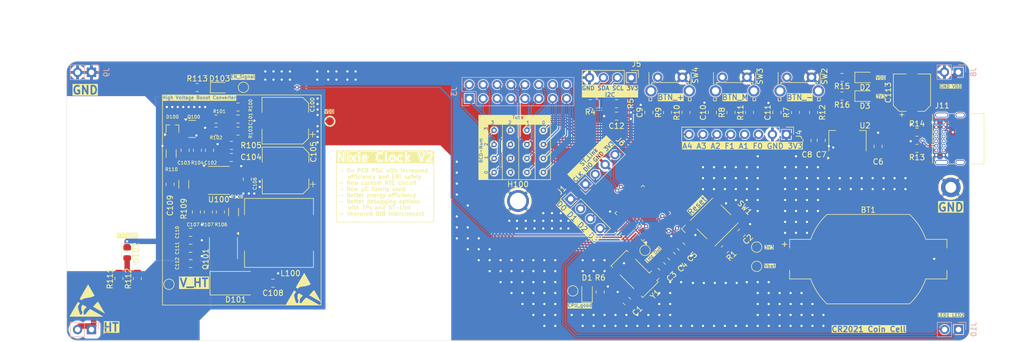
<source format=kicad_pcb>
(kicad_pcb (version 20241229) (generator "pcbnew") (generator_version "9.0")
  (layers (0 "F.Cu" signal) (2 "B.Cu" mixed) (13 "F.Paste" user) (15 "B.Paste" user) (5 "F.SilkS" user "F.Silkscreen") (7 "B.SilkS" user "B.Silkscreen") (1 "F.Mask" user) (3 "B.Mask" user) (25 "Edge.Cuts" user))
  (net 0 "")
  (net 1 "GND")
  (net 2 "HT")
  (net 3 "/Vbat")
  (net 4 "+3V3")
  (net 5 "/NRST")
  (net 6 "VDD")
  (net 7 "/LED_on")
  (net 8 "/LED_1")
  (net 9 "/LED_2")
  (net 10 "/SDA")
  (net 11 "/SCL")
  (net 12 "/EN")
  (net 13 "/btn_plus")
  (net 14 "/btn_menu")
  (net 15 "/btn_minus")
  (net 16 "/out_1hz")
  (net 17 "/SWDIO")
  (net 18 "Net-(R12-Pad2)")
  (net 19 "Net-(U1-PC15)")
  (net 20 "Net-(U1-PC14)")
  (net 21 "Net-(D1-K)")
  (net 22 "/SWCLK")
  (net 26 "/PD3")
  (net 28 "/PD0")
  (net 29 "/PD1")
  (net 30 "/PD2")
  (net 31 "/CO3_1")
  (net 32 "/CO2_1")
  (net 33 "/CO3_2")
  (net 34 "/CO2_3")
  (net 35 "/CO2_2")
  (net 36 "/CO0_3")
  (net 37 "/CO1_2")
  (net 38 "/CO0_2")
  (net 39 "/CO0_1")
  (net 40 "/CO3_3")
  (net 41 "/CO1_1")
  (net 42 "/CO1_3")
  (net 43 "/PA3")
  (net 44 "/PA2")
  (net 45 "/PA1")
  (net 46 "/PA4")
  (net 47 "/PF1")
  (net 48 "/PF0")
  (net 49 "/HV Power Supply/RC")
  (net 50 "/HV Power Supply/FB")
  (net 51 "/HV Power Supply/REF")
  (net 52 "/HV Power Supply/CS")
  (net 53 "/HV Power Supply/OUT")
  (net 54 "/HV Power Supply/FET_Drain")
  (net 55 "/HV Power Supply/FET_Source")
  (net 56 "/HV Power Supply/COMP")
  (net 57 "/CO3_0")
  (net 58 "/CO2_0")
  (net 59 "/CO0_0")
  (net 60 "/CO1_0")
  (net 64 "Net-(J11-CC1)")
  (net 68 "Net-(J11-CC2)")
  (net 73 "Net-(R11-Pad2)")
  (net 74 "Net-(R10-Pad1)")
  (net 75 "Net-(Q101-G)")
  (net 76 "Net-(Q100-B)")
  (net 78 "Net-(D100-K)")
  (net 79 "Net-(D2-K)")
  (net 80 "Net-(D3-K)")
  (net 81 "Net-(D102-A)")
  (net 82 "Net-(D103-K)")
  (footprint "TestPoint:TestPoint_Pad_D1.5mm" (layer "F.Cu") (at 83.711051 120.731051)
    (property "Reference" "TP20" (hide yes))
    (property "Value" "TestPoint_Small")
  )
  (footprint "TestPoint:TestPoint_THTPad_D1.0mm_Drill0.5mm" (layer "F.Cu") (at 149.125171 97.733609 180)
    (property "Reference" "TP14" (hide yes))
    (property "Value" "TestPoint_Small")
  )
  (footprint "Resistor_SMD:R_1206_3216Metric_Pad1.30x1.75mm_HandSolder" (layer "F.Cu") (at 84.111051 96.831051 90)
    (property "Reference" "R110")
    (property "Value" "7k68")
  )
  (footprint "Capacitor_SMD:C_0805_2012Metric_Pad1.18x1.45mm_HandSolder" (layer "F.Cu") (at 98.01105 101.531052 -90)
    (property "Reference" "C106")
    (property "Value" "100n")
  )
  (footprint "TestPoint:TestPoint_Pad_D1.5mm" (layer "F.Cu") (at 113.111051 90.931051)
    (property "Reference" "TP24" (hide yes))
    (property "Value" "TestPoint_Small")
  )
  (footprint "Capacitor_SMD:C_0805_2012Metric_Pad1.18x1.45mm_HandSolder" (layer "F.Cu") (at 102.71105 120.531052)
    (property "Reference" "C108")
    (property "Value" "560p")
  )
  (footprint "Capacitor_SMD:C_0805_2012Metric_Pad1.18x1.45mm_HandSolder" (layer "F.Cu") (at 91.111051 96.231051 90)
    (property "Reference" "C102")
    (property "Value" "430p")
  )
  (footprint "Capacitor_SMD:C_0805_2012Metric_Pad1.18x1.45mm_HandSolder" (layer "F.Cu") (at 87.66105 114.14105)
    (property "Reference" "C111")
    (property "Value" "1u 250V")
  )
  (footprint "Resistor_SMD:R_0805_2012Metric_Pad1.20x1.40mm_HandSolder" (layer "F.Cu") (at 198.211051 89.331051 90)
    (property "Reference" "R7")
    (property "Value" "4k7")
  )
  (footprint "LED_SMD:LED_0805_2012Metric" (layer "F.Cu") (at 92.965 84.785)
    (property "Reference" "D103")
    (property "Value" "LED_G")
  )
  (footprint "Capacitor_SMD:C_0805_2012Metric_Pad1.18x1.45mm_HandSolder" (layer "F.Cu") (at 213.311051 95.531051 90)
    (property "Reference" "C6")
    (property "Value" "10u")
  )
  (footprint "TestPoint:TestPoint_THTPad_D1.0mm_Drill0.5mm" (layer "F.Cu") (at 149.125171 95.183609 180)
    (property "Reference" "TP13" (hide yes))
    (property "Value" "TestPoint_Small")
  )
  (footprint "Capacitor_SMD:C_0805_2012Metric_Pad1.18x1.45mm_HandSolder" (layer "F.Cu") (at 202.911051 94.431051 -90)
    (property "Reference" "C7")
    (property "Value" "22u")
  )
  (footprint "Capacitor_SMD:C_0805_2012Metric_Pad1.18x1.45mm_HandSolder" (layer "F.Cu") (at 173.755494 117.436282 135)
    (property "Reference" "C3")
    (property "Value" "18p")
  )
  (footprint "Resistor_SMD:R_0805_2012Metric_Pad1.20x1.40mm_HandSolder" (layer "F.Cu") (at 162.511051 122.131051 90)
    (property "Reference" "R6")
    (property "Value" "4k7")
  )
  (footprint "Capacitor_SMD:C_0805_2012Metric_Pad1.18x1.45mm_HandSolder" (layer "F.Cu") (at 183.011051 89.331051 90)
    (property "Reference" "C10")
    (property "Value" "100n")
  )
  (footprint "Resistor_SMD:R_0805_2012Metric_Pad1.20x1.40mm_HandSolder" (layer "F.Cu") (at 96.311051 92.731051 180)
    (property "Reference" "R103")
    (property "Value" "2k")
  )
  (footprint "Resistor_SMD:R_0805_2012Metric_Pad1.20x1.40mm_HandSolder" (layer "F.Cu") (at 206.711051 82.931051 180)
    (property "Reference" "R15")
    (property "Value" "4k7")
  )
  (footprint "Capacitor_SMD:C_0805_2012Metric_Pad1.18x1.45mm_HandSolder" (layer "F.Cu") (at 177.311051 113.831051 -45)
    (property "Reference" "C5")
    (property "Value" "100n")
  )
  (footprint "Capacitor_SMD:C_0805_2012Metric_Pad1.18x1.45mm_HandSolder" (layer "F.Cu") (at 83.91105 102.481052 90)
    (property "Reference" "C109")
    (property "Value" "100p")
  )
  (footprint "Resistor_SMD:R_0805_2012Metric_Pad1.20x1.40mm_HandSolder" (layer "F.Cu") (at 201.511051 89.331051 90)
    (property "Reference" "R12")
    (property "Value" "4k7")
  )
  (footprint "TestPoint:TestPoint_THTPad_D1.0mm_Drill0.5mm" (layer "F.Cu") (at 143.125171 100.283609 180)
    (property "Reference" "TP7" (hide yes))
    (property "Value" "TestPoint_Small")
  )
  (footprint "TestPoint:TestPoint_THTPad_D1.0mm_Drill0.5mm" (layer "F.Cu") (at 143.125171 95.183609 180)
    (property "Reference" "TP5" (hide yes))
    (property "Value" "TestPoint_Small")
  )
  (footprint "Capacitor_SMD:C_0805_2012Metric_Pad1.18x1.45mm_HandSolder" (layer "F.Cu") (at 88.711049 107.531051 -90)
    (property "Reference" "C107")
    (property "Value" "1n")
  )
  (footprint "Resistor_SMD:R_0805_2012Metric_Pad1.20x1.40mm_HandSolder" (layer "F.Cu") (at 88.911051 96.231053 90)
    (property "Reference" "R104")
    (property "Value" "4k12")
  )
  (footprint "Resistor_SMD:R_0805_2012Metric_Pad1.20x1.40mm_HandSolder" (layer "F.Cu") (at 160.711051 87.731051)
    (property "Reference" "R4")
    (property "Value" "4k7")
  )
  (footprint "Resistor_SMD:R_0805_2012Metric_Pad1.20x1.40mm_HandSolder" (layer "F.Cu") (at 74.565 119.685 90)
    (property "Reference" "R111")
    (property "Value" "330k")
  )
  (footprint "Crystal:Crystal_SMD_Abracon_ABS25-4Pin_8.0x3.8mm" (layer "F.Cu") (at 168.811051 118.831051 -135)
    (property "Reference" "Y1")
    (property "Value" "ABS25-32.768KHZ")
  )
  (footprint "Resistor_SMD:R_0805_2012Metric_Pad1.20x1.40mm_HandSolder" (layer "F.Cu") (at 220.415 95.881051 180)
    (property "Reference" "R13")
    (property "Value" "5k1")
  )
  (footprint "Resistor_SMD:R_1206_3216Metric_Pad1.30x1.75mm_HandSolder" (layer "F.Cu") (at 95.51105 107.531051 -90)
    (property "Reference" "R108")
    (property "Value" "0R1")
  )
  (footprint "TestPoint:TestPoint_THTPad_D1.0mm_Drill0.5mm" (layer "F.Cu") (at 152.125171 97.733609 180)
    (property "Reference" "TP18" (hide yes))
    (property "Value" "TestPoint_Small")
  )
  (footprint "Capacitor_SMD:C_0805_2012Metric_Pad1.18x1.45mm_HandSolder" (layer "F.Cu") (at 194.811051 89.331051 90)
    (property "Reference" "C11")
    (property "Value" "100n")
  )
  (footprint "Resistor_SMD:R_0805_2012Metric_Pad1.20x1.40mm_HandSolder" (layer "F.Cu") (at 178.211051 89.331051 -90)
    (property "Reference" "R10")
    (property "Value" "4k7")
  )
  (footprint "Resistor_SMD:R_0805_2012Metric_Pad1.20x1.40mm_HandSolder" (layer "F.Cu") (at 186.411051 89.331051 90)
    (property "Reference" "R8")
    (property "Value" "4k7")
  )
  (footprint "TestPoint:TestPoint_THTPad_D1.0mm_Drill0.5mm" (layer "F.Cu") (at 146.125171 95.183609 180)
    (property "Reference" "TP9" (hide yes))
    (property "Value" "TestPoint_Small")
  )
  (footprint "Capacitor_SMD:C_0805_2012Metric_Pad1.18x1.45mm_HandSolder" (layer "F.Cu") (at 188.341051 111.331051 45)
    (property "Reference" "C2")
    (property "Value" "100n")
  )
  (footprint "Resistor_SMD:R_0805_2012Metric_Pad1.20x1.40mm_HandSolder" (layer "F.Cu") (at 206.711052 86.331051 180)
    (property "Reference" "R16")
    (property "Value" "2k")
  )
  (footprint "TestPoint:TestPoint_Loop_D3.80mm_Drill2.0mm" (layer "F.Cu") (at 226.596832 103.016266)
    (property "Reference" "H1" (hide yes))
    (property "Value" "GND")
  )
  (footprint "TestPoint:TestPoint_THTPad_D1.0mm_Drill0.5mm" (layer "F.Cu") (at 152.125171 100.283609 180)
    (property "Reference" "TP19" (hide yes))
    (property "Value" "TestPoint_Small")
  )
  (footprint "Button_Switch_THT:SW_Tactile_SPST_Angled_PTS645Vx31-2LFS" (layer "F.Cu") (at 196.636051 82.893551)
    (property "Reference" "SW2")
    (property "Value" "SW_Plus")
  )
  (footprint "Package_TO_SOT_SMD:SOT-23" (layer "F.Cu") (at 87.942302 92.331051)
    (property "Reference" "Q100")
    (property "Value" "MMBTA42")
  )
  (footprint "TestPoint:TestPoint_Pad_D1.5mm" (layer "F.Cu") (at 97.311051 84.731051)
    (property "Reference" "TP3" (hide yes))
    (property "Value" "TestPoint_Small")
  )
  (footprint "TestPoint:TestPoint_THTPad_D1.0mm_Drill0.5mm" (layer "F.Cu") (at 143.125171 97.733609 180)
    (property "Reference" "TP6" (hide yes))
    (property "Value" "TestPoint_Small")
  )
  (footprint "Connector_PinHeader_2.54mm:PinHeader_1x08_P2.54mm_Vertical" (layer "F.Cu") (at 196.53 93.331051 -90)
    (property "Reference" "J4")
    (property "Value" "EXT")
  )
  (footprint "TestPoint:TestPoint_THTPad_D1.0mm_Drill0.5mm" (layer "F.Cu") (at 149.125171 100.283609 180)
    (property "Reference" "TP15" (hide yes))
    (property "Value" "TestPoint_Small")
  )
  (footprint "Capacitor_SMD:C_0805_2012Metric_Pad1.18x1.45mm_HandSolder" (layer "F.Cu") (at 167.391534 123.800242 135)
    (property "Reference" "C1")
    (property "Value" "18p")
  )
  (footprint "Resistor_SMD:R_0805_2012Metric_Pad1.20x1.40mm_HandSolder" (layer "F.Cu") (at 220.415 92.931051 180)
    (property "Reference" "R14")
    (property "Value" "5k1")
  )
  (footprint "TestPoint:TestPoint_THTPad_D1.0mm_Drill0.5mm" (layer "F.Cu") (at 146.125171 97.733609 180)
    (property "Reference" "TP10" (hide yes))
    (property "Value" "TestPoint_Small")
  )
  (footprint "Capacitor_SMD:C_0805_2012Metric_Pad1.18x1.45mm_HandSolder" (layer "F.Cu") (at 87.66105 116.931052)
    (property "Reference" "C112")
    (property "Value" "100n 250V")
  )
  (footprint "Capacitor_SMD:C_0805_2012Metric_Pad1.18x1.45mm_HandSolder" (layer "F.Cu") (at 96.311051 90.531051)
    (property "Reference" "C101")
    (property "Value" "47u")
  )
  (footprint "Resistor_SMD:R_0805_2012Metric_Pad1.20x1.40mm_HandSolder" (layer "F.Cu") (at 96.311051 88.331051 180)
    (property "Reference" "R100")
    (property "Value" "1k")
  )
  (footprint "Capacitor_SMD:C_0805_2012Metric_Pad1.18x1.45mm_HandSolder" (layer "F.Cu") (at 171.411051 89.331051 90)
    (property "Reference" "C9")
    (property "Value" "100n")
  )
  (footprint "Button_Switch_THT:SW_Tactile_SPST_Angled_PTS645Vx31-2LFS" (layer "F.Cu") (at 184.836051 82.893551)
    (property "Reference" "SW3")
    (property "Value" "SW_Menu")
  )
  (footprint "TestPoint:TestPoint_THTPad_D1.0mm_Drill0.5mm" (layer "F.Cu") (at 146.125171 92.583609 180)
    (property "Reference" "TP8" (hide yes))
    (property "Value" "TestPoint_Small")
  )
  (footprint "Inductor_SMD:L_12x12mm_H8mm" (layer "F.Cu") (at 103.81105 111.331052 180)
    (property "Reference" "L100")
    (property "Value" "68u, 2.8A")
  )
  (footprint "Resistor_SMD:R_0805_2012Metric_Pad1.20x1.40mm_HandSolder" (layer "F.Cu") (at 165.511051 87.731051 180)
    (property "Reference" "R5")
    (property "Value" "4k7")
  )
  (footprint "Package_TO_SOT_SMD:SOT-323_SC-70" (layer "F.Cu") (at 84.3423 92.331051 90)
    (property "Reference" "D100")
    (property "Value" "BAT54W")
  )
  (footprint "Resistor_SMD:R_0805_2012Metric_Pad1.20x1.40mm_HandSolder" (layer "F.Cu") (at 174.811051 89.331051 90)
    (property "Reference" "R9")
    (property "Value" "4k7")
  )
  (footprint "Capacitor_SMD:C_0805_2012Metric_Pad1.18x1.45mm_HandSolder" (layer "F.Cu") (at 200.311051 94.431051 -90)
    (property "Reference" "C8")
    (property "Value" "100n")
  )
  (footprint "Resistor_SMD:R_0805_2012Metric_Pad1.20x1.40mm_HandSolder" (layer "F.Cu") (at 185.311051 114.331051 45)
    (property "Reference" "R1")
    (property "Value" "10k")
  )
  (footprint "LED_SMD:LED_0805_2012Metric_Pad1.15x1.40mm_HandSolder" (layer "F.Cu") (at 210.91105 82.931051)
    (property "Reference" "D2")
    (property "Value" "LED_red")
  )
  (footprint "Capacitor_SMD:CP_Elec_8x10" (layer "F.Cu") (at 104.968551 90.831051 180)
    (property "Reference" "C100")
    (property "Value" "220u")
  )
  (footprint "Capacitor_SMD:C_0805_2012Metric_Pad1.18x1.45mm_HandSolder" (layer "F.Cu") (at 95.11105 97.54105)
    (property "Reference" "C104")
    (property "Value" "100n")
  )
  (footprint "Capacitor_SMD:CP_Elec_6.3x7.7" (layer "F.Cu") (at 219.5 85.7 90)
    (property "Reference" "C113")
    (property "Value" "100u 16V")
  )
  (footprint "Resistor_SMD:R_0805_2012Metric_Pad1.20x1.40mm_HandSolder" (layer "F.Cu") (at 189.811051 89.331051 90)
    (property "Reference" "R11")
    (property "Value" "4k7")
  )
  (footprint "TestPoint:TestPoint_THTPad_D1.0mm_Drill0.5mm" (layer "F.Cu") (at 152.125171 92.583609 180)
    (property "Reference" "TP16" (hide yes))
    (property "Value" "TestPoint_Small")
  )
  (footprint "Resistor_SMD:R_0805_2012Metric_Pad1.20x1.40mm_HandSolder" (layer "F.Cu") (at 88.865 84.785)
    (property "Reference" "R113")
    (property "Value" "1k")
  )
  (footprint "Package_SO:SOIC-8_3.9x4.9mm_P1.27mm" (layer "F.Cu") (at 92.811051 101.731052)
    (property "Reference" "U100")
    (property "Value" "UCC3803")
  )
  (footprint "TestPoint:TestPoint_THTPad_D1.0mm_Drill0.5mm" (layer "F.Cu") (at 143.125171 92.583609 180)
    (property "Reference" "TP4" (hide yes))
    (property "Value" "TestPoint_Small")
  )
  (footprint "Package_SO:SO-8_3.9x4.9mm_P1.27mm" (layer "F.Cu") (at 93.66105 114.131052 -90)
    (property "Reference" "Q101")
    (property "Value" "FDS2734")
  )
  (footprint "Diode_SMD:D_SMB_Handsoldering" (layer "F.Cu") (at 95.911051 120.531051)
    (property "Reference" "D101")
    (property "Value" "ES2G")
  )
  (footprint "TestPoint:TestPoint_Pad_D1.5mm" (layer "F.Cu") (at 157.511051 121.931051)
    (property "Reference" "TP22" (hide yes))
    (property "Value" "TestPoint_Small" (hide yes))
  )
  (footprint "Resistor_SMD:R_0805_2012Metric_Pad1.20x1.40mm_HandSolder" (layer "F.Cu") (at 92.311051 90.531051 180)
    (property "Reference" "R101")
    (property "Value" "100k")
  )
  (footprint "Resistor_SMD:R_0805_2012Metric_Pad1.20x1.40mm_HandSolder" (layer "F.Cu") (at 95.111051 95.341051)
    (property "Reference" "R105")
    (property "Value" "47k")
  )
  (footprint "Resistor_SMD:R_0805_2012Metric_Pad1.20x1.40mm_HandSolder" (layer "F.Cu") (at 92.311051 92.731051 180)
    (property "Reference" "R102")
    (property "Value" "100k")
  )
  (footprint "Capacitor_SMD:C_0805_2012Metric_Pad1.18x1.45mm_HandSolder" (layer "F.Cu") (at 165.5 90 180)
    (property "Reference" "C12")
    (property "Value" "10u")
  )
  (footprint "LED_SMD:LED_0805_2012Metric" (layer "F.Cu") (at 76.065 114.985 -90)
    (property "Reference" "D102")
    (property "Value" "LED_G")
  )
  (footprint "TestPoint:TestPoint_Pad_D1.5mm" (layer "F.Cu") (at 191.111051 117.457343)
    (property "Reference" "TP2" (hide yes))
    (property "Value" "TestPoint_Small")
  )
  (footprint "Package_QFP:LQFP-48_7x7mm_P0.5mm" (layer "F.Cu") (at 170.311051 107.731051 135)
    (property "Reference" "U1")
    (property "Value" "STM32G051C8T3")
  )
  (footprint "LED_SMD:LED_0805_2012Metric_Pad1.15x1.40mm_HandSolder" (layer "F.Cu") (at 210.911051 86.331051)
    (property "Reference" "D3")
    (property "Value" "LED_red")
  )
  (footprint "Connector_PinHeader_2.54mm:PinHeader_1x04_P2.54mm_Vertical" (layer "F.Cu") (at 159.824045 102.418057 135)
    (property "Reference" "J6")
    (property "Value" "Prog")
  )
  (footprint "Symbol:ESD-Logo_6.6x6mm_SilkScreen" (layer "F.Cu") (at 68.765 123.685)
    (property "Reference" "REF**" (hide yes))
    (property "Value" "ESD-Logo_6.6x6mm_SilkScreen" (hide yes))
  )
  (footprint "Battery:BatteryHolder_Renata_SMTU2032-LF_1x2032" (layer "F.Cu") (at 211.511051 116.131051)
    (property "Reference" "BT1")
    (property "Value" "Coin Cell")
  )
  (footprint "Capacitor_SMD:C_0805_2012Metric_Pad1.18x1.45mm_HandSolder" (layer "F.Cu") (at 86.66105 96.231051 90)
    (property "Reference" "C103")
    (property "Value" "220p")
  )
  (footprint "Button_Switch_THT:SW_Tactile_SPST_Angled_PTS645Vx31-2LFS" (layer "F.Cu") (at 173.036051 82.893551)
    (property "Reference" "SW4")
    (property "Value" "SW_Minus")
  )
  (footprint "Connector_USB:USB_C_Receptacle_GCT_USB4085" (layer "F.Cu") (at 223.94 97.106051 90)
    (property "Reference" "J11")
    (property "Value" "USB_C_Receptacle")
  )
  (footprint "Resistor_SMD:R_1206_3216Metric_Pad1.30x1.75mm_HandSolder" (layer "F.Cu") (at 86.41105 102.481052 90)
    (property "Reference" "R109")
    (property "Value" "634k")
  )
  (footprint "Resistor_SMD:R_0805_2012Metric_Pad1.20x1.40mm_HandSolder" (layer "F.Cu") (at 93.111051 107.531051 -90)
    (property "Reference" "R106")
    (property "Value" "0R")
  )
  (footprint "Package_TO_SOT_SMD:SOT-223-3_TabPin2" (layer "F.Cu") (at 207.711051 94.531051 90)
    (property "Reference" "U2")
    (property "Value" "AMS1117-3.3")
  )
  (footprint "Resistor_SMD:R_0805_2012Metric_Pad1.20x1.40mm_HandSolder" (layer "F.Cu") (at 77.915 119.685 90)
    (property "Reference" "R112")
    (property "Value" "330k")
  )
  (footprint "Button_Switch_SMD:SW_SPST_Omron_B3FS-100xP" (layer "F.Cu") (at 183.311051 109.331051 45)
    (property "Reference" "SW1")
    (property "Value" "RST")
  )
  (footprint "TestPoint:TestPoint_THTPad_D1.0mm_Drill0.5mm" (layer "F.Cu") (at 149.125171 92.583609 180)
    (property "Reference" "TP12" (hide yes))
    (property "Value" "TestPoint_Small")
  )
  (footprint "LED_SMD:LED_0805_2012Metric_Pad1.15x1.40mm_HandSolder" (layer "F.Cu") (at 160.111051 122.131051 90)
    (property "Reference" "D1")
    (property "Value" "LED_red")
  )
  (footprint "Capacitor_SMD:C_0805_2012Metric_Pad1.18x1.45mm_HandSolder" (layer "F.Cu") (at 87.661049 111.23105)
    (property "Reference" "C110")
    (property "Value" "1u 250V")
  )
  (footprint "TestPoint:TestPoint_Pad_D1.5mm" (layer "F.Cu") (at 191.111051 113.931051 180)
    (property "Reference" "TP23" (hide yes))
    (property "Value" "TestPoint_Small")
  )
  (footprint "TestPoint:TestPoint_THTPad_D1.0mm_Drill0.5mm" (layer "F.Cu") (at 146.125171 100.283609 180)
    (property "Reference" "TP11" (hide yes))
    (property "Value" "TestPoint_Small")
  )
  (footprint "TestPoint:TestPoint_Plated_Hole_D3.0mm" (layer "F.Cu") (at 147.5 105.5)
    (property "Reference" "H100")
    (property "Value" "GND")
  )
  (footprint "TestPoint:TestPoint_Pad_D1.5mm" (layer "F.Cu") (at 170.711051 114.531051)
    (property "Reference" "TP1" (hide yes))
    (property "Value" "TestPoint_Small")
  )
  (footprint "Symbol:ESD-Logo_6.6x6mm_SilkScreen" (layer "F.Cu") (at 108.265 121.585)
    (property "Reference" "REF**" (hide yes))
    (property "Value" "ESD-Logo_6.6x6mm_SilkScreen" (hide yes))
  )
  (footprint "Capacitor_SMD:CP_Elec_8x10" (layer "F.Cu") (at 105.01105 99.931051 180)
    (property "Reference" "C105")
    (property "Value" "220u")
  )
  (footprint "Capacitor_SMD:C_0805_2012Metric_Pad1.18x1.45mm_HandSolder" (layer "F.Cu") (at 175.561051 115.581051 -45)
    (property "Reference" "C4")
    (property "Value" "100n")
  )
  (footprint "Connector_PinHeader_2.54mm:PinHeader_1x04_P2.54mm_Vertical" (layer "F.Cu") (at 157.122897 105.142897 45)
    (property "Reference" "J1")
    (property "Value" "EXT")
  )
  (footprint "Resistor_SMD:R_0805_2012Metric_Pad1.20x1.40mm_HandSolder" (layer "F.Cu") (at 90.911049 107.531051 -90)
    (property "Reference" "R107")
    (property "Value" "1k")
  )
  (footprint "TestPoint:TestPoint_THTPad_D1.0mm_Drill0.5mm" (layer "F.Cu") (at 152.125171 95.183609 180)
    (property "Reference" "TP17" (hide yes))
    (property "Value" "TestPoint_Small")
  )
  (footprint "Connector_PinHeader_2.54mm:PinHeader_1x04_P2.54mm_Vertical" (layer "F.Cu") (at 168.185062 82.965612 -90)
    (property "Reference" "J5")
    (property "Value" "I2C_ext")
  )
  (footprint "Connector_PinSocket_2.54mm:PinSocket_2x08_P2.54mm_Vertical" (layer "B.Cu") (at 138.59 86.775 -90)
    (property "Reference" "J3")
    (property "Value" "Tube Out")
  )
  (footprint "Connector_PinSocket_2.54mm:PinSocket_1x02_P2.54mm_Vertical" (layer "B.Cu") (at 228 129 90)
    (property "Reference" "J10")
    (property "Value" "LED")
  )
  (footprint "Connector_PinSocket_2.54mm:PinSocket_1x02_P2.54mm_Vertical" (layer "B.Cu") (at 69.539999 81.999999 90)
    (property "Reference" "J9")
    (property "Value" "GND")
  )
  (footprint "Connector_PinSocket_2.54mm:PinSocket_1x02_P2.54mm_Vertical" (layer "B.Cu") (at 227.965 81.96 90)
    (property "Reference" "J8")
    (property "Value" "GND")
  )
  (footprint "Connector_PinSocket_2.54mm:PinSocket_1x02_P2.54mm_Vertical" (layer "B.Cu") (at 69.539999 129.000001 90)
    (property "Reference" "J7")
    (property "Value" "HT")
  )
  (gr_line (start 153.425171 91.510267) (end 153.425171 101.604351) (stroke (width 0.12)) (layer "F.SilkS"))
  (gr_line (start 142.002251 101.604351) (end 153.425171 101.604351) (stroke (width 0.12)) (layer "F.SilkS"))
  (gr_line (start 150.625171 91.348045) (end 150.625171 101.598065) (stroke (width 0.12)) (layer "F.SilkS"))
  (gr_rect (start 140.324289 100.565086) (end 142.002251 101.604351) (stroke (width 0.12)) (fill yes) (layer "F.SilkS"))
  (gr_rect (start 152.450101 89.832305) (end 153.425171 91.512635) (stroke (width 0.12)) (fill yes) (layer "F.SilkS"))
  (gr_line (start 147.625171 91.433609) (end 147.625171 101.604736) (stroke (width 0.12)) (layer "F.SilkS"))
  (gr_rect (start 142.00508 89.833072) (end 142.512684 91.512492) (stroke (width 0.12)) (fill yes) (layer "F.SilkS"))
  (gr_rect (start 82.511051 86.131051) (end 111.511051 124.531051) (stroke (width 0.12)) (fill no) (layer "F.SilkS"))
  (gr_rect (start 114.311051 96.331051) (end 132.111051 109.331051) (stroke (width 0.12)) (fill no) (layer "F.SilkS"))
  (gr_line (start 144.625171 91.433609) (end 144.625171 101.59515) (stroke (width 0.12)) (layer "F.SilkS"))
  (gr_rect (start 140.320469 89.833609) (end 142.00508 91.997481) (stroke (width 0.12)) (fill yes) (layer "F.SilkS"))
  (gr_arc (start 67 131) (mid 65.585786 130.414214) (end 65 129) (stroke (width 0.05)) (layer "Edge.Cuts"))
  (gr_arc (start 228 80) (mid 229.414214 80.585786) (end 230 82) (stroke (width 0.05)) (layer "Edge.Cuts"))
  (gr_line (start 65 129) (end 65 82) (stroke (width 0.05)) (layer "Edge.Cuts"))
  (gr_line (start 230 82) (end 230 129) (stroke (width 0.05)) (layer "Edge.Cuts"))
  (gr_arc (start 230 129) (mid 229.414214 130.414214) (end 228 131) (stroke (width 0.05)) (layer "Edge.Cuts"))
  (gr_line (start 67 80) (end 228 80) (stroke (width 0.05)) (layer "Edge.Cuts"))
  (gr_line (start 228 131) (end 67 131) (stroke (width 0.05)) (layer "Edge.Cuts"))
  (gr_arc (start 65 82) (mid 65.585786 80.585786) (end 67 80) (stroke (width 0.05)) (layer "Edge.Cuts"))
  (gr_text "BTN_-" (at 196.511051 87.131051 0) (layer "F.SilkS" knockout) (effects (font (size 1 1)) (justify left bottom)))
  (gr_text "GND SDA SCL 3V3\nI2C\n" (at 164.311051 86.531051 0) (layer "F.SilkS" knockout) (effects (font (size 0.75 0.75) (thickness 0.15) (bold yes)) (justify bottom)))
  (gr_text "GND" (at 224.111051 107.531051 0) (layer "F.SilkS" knockout) (effects (font (size 1.5 1.5) (thickness 0.3) (bold yes)) (justify left bottom)))
  (gr_text "BCD-Num\n0	 1	 2	  3\n" (at 142.025171 96.283609 90) (layer "F.SilkS" knockout) (effects (font (size 0.6 0.6) (thickness 0.1) (bold yes)) (justify bottom)))
  (gr_text "VDD" (at 212.911051 83.331051 0) (layer "F.SilkS" knockout) (effects (font (size 0.6 0.6) (thickness 0.1) (bold yes)) (justify left bottom)))
  (gr_text "ST_Link\nCLK DIO GND 3V3\n\n" (at 162.465 99.485 45) (layer "F.SilkS" knockout) (effects (font (size 0.75 0.75) (thickness 0.15) (bold yes)) (justify bottom)))
  (gr_text "Reset" (at 179.111051 108.331051 45) (layer "F.SilkS" knockout) (effects (font (size 1 1)) (justify left bottom)))
  (gr_text "3V3" (at 192.511051 114.331051 0) (layer "F.SilkS" knockout) (effects (font (size 0.6 0.6) (thickness 0.1) (bold yes)) (justify left bottom)))
  (gr_text "V_HT" (at 85.511051 121.331051 0) (layer "F.SilkS" knockout) (effects (font (size 1.5 1.5) (thickness 0.3) (bold yes)) (justify left bottom)))
  (gr_text "High Voltage Boost Converter" (at 82.424947 86.963339 0) (layer "F.SilkS" knockout) (effects (font (size 0.6 0.6) (thickness 0.1) (bold yes)) (justify left bottom)))
  (gr_text "EN_Signal" (at 94.911051 83.131051 0) (layer "F.SilkS" knockout) (effects (font (size 0.6 0.6) (thickness 0.1) (bold yes)) (justify left bottom)))
  (gr_text "GND" (at 65.911051 86.131051 0) (layer "F.SilkS" knockout) (effects (font (size 1.5 1.5) (thickness 0.3) (bold yes)) (justify left bottom)))
  (gr_text "Tube\n3	  2	    1     0\n\n" (at 147.5 92.5 0) (layer "F.SilkS" knockout) (effects (font (size 0.6 0.6) (thickness 0.1) (bold yes)) (justify bottom)))
  (gr_text "BTN_+" (at 172.911051 87.131051 0) (layer "F.SilkS" knockout) (effects (font (size 1 1)) (justify left bottom)))
  (gr_text "Nixie Clock V2" (at 114.108462 98.485 0) (layer "F.SilkS" knockout) (effects (font (size 1.6 1.6) (thickness 0.3) (bold yes)) (justify left bottom)))
  (gr_text "D0 D1 D2 D3" (at 154.285766 106.101008 -45) (layer "F.SilkS" knockout) (effects (font (size 1 1)) (justify left bottom)))
  (gr_text "GND VDD" (at 224.511051 84.931051 0) (layer "F.SilkS" knockout) (effects (font (size 0.6 0.6) (thickness 0.1) (bold yes)) (justify left bottom)))
  (gr_text "Vbat\n" (at 192.511051 117.731051 0) (layer "F.SilkS" knockout) (effects (font (size 0.6 0.6) (thickness 0.1) (bold yes)) (justify left bottom)))
  (gr_text "BTN_M" (at 184.711051 87.131051 0) (layer "F.SilkS" knockout) (effects (font (size 1 1)) (justify left bottom)))
  (gr_text "CPU_good" (at 156.511051 124.931051 0) (layer "F.SilkS" knockout) (effects (font (size 0.6 0.6) (thickness 0.1) (bold yes)) (justify left bottom)))
  (gr_text "3V3" (at 212.911051 86.731051 0) (layer "F.SilkS" knockout) (effects (font (size 0.6 0.6) (thickness 0.1) (bold yes)) (justify left bottom)))
  (gr_text "- On PCB PSU with increased \n   efficiency and EMI safety\n- New custom RTC circuit \n- New µC family used\n- Better energy efficiency \n- Better debugging options \n   with TPs and ST-Link \n- Improved BtB interconnect" (at 114.711051 99.531051 0) (layer "F.SilkS") (effects (font (size 0.7 0.7) (thickness 0.14) (bold yes)) (justify left top)))
  (gr_text "LED1 LED2\n" (at 224.111051 126.731051 0) (layer "F.SilkS" knockout) (effects (font (size 0.6 0.6) (thickness 0.1) (bold yes)) (justify left bottom)))
  (gr_text "1Hz Out" (at 171.111051 116.931051 45) (layer "F.SilkS" knockout) (effects (font (size 0.6 0.6) (thickness 0.1) (bold yes)) (justify left bottom)))
  (gr_text "HT-good" (at 74.065 112.085 0) (layer "F.SilkS" knockout) (effects (font (size 0.6 0.6) (thickness 0.1) (bold yes)) (justify left bottom)))
  (gr_text "VDD" (at 112.111051 89.531051 0) (layer "F.SilkS" knockout) (effects (font (size 0.6 0.6) (thickness 0.1) (bold yes)) (justify left bottom)))
  (gr_text "HT" (at 71.565 129.485 0) (layer "F.SilkS" knockout) (effects (font (size 1.5 1.5) (thickness 0.3) (bold yes)) (justify left bottom)))
  (gr_text "CR2021 Coin Cell" (at 204.711051 129.531051 0) (layer "F.SilkS" knockout) (effects (font (size 1 1) (thickness 0.2) (bold yes)) (justify left bottom)))
  (gr_text "A4 A3 A2 F1 A1 F0 GND 3V3\n" (at 177.45 96.05 0) (layer "F.SilkS" knockout) (effects (font (size 1 1) (thickness 0.15) (bold yes)) (justify left bottom)))
  (segment (start 163.237816 90) (end 163.236051 90.001765) (width 0.25) (layer "F.Cu") (net 1))
  (segment (start 92.514677 95.193551) (end 91.111051 95.193551) (width 0.4) (layer "F.Cu") (net 1))
  (segment (start 162.511051 121.131051) (end 163.911051 121.131051) (width 0.25) (layer "F.Cu") (net 1))
  (segment (start 99.311051 90.831051) (end 97.648551 90.831051) (width 0.25) (layer "F.Cu") (net 1))
  (segment (start 175.906689 116.702659) (end 176.294674 116.314674) (width 0.25) (layer "F.Cu") (net 1))
  (segment (start 173.021871 116.702659) (end 175.906689 116.702659) (width 0.25) (layer "F.Cu") (net 1))
  (segment (start 162.511051 121.131051) (end 162.621964 121.131051) (width 0.25) (layer "F.Cu") (net 1))
  (segment (start 175.511051 111.931051) (end 174.864605 111.931051) (width 0.25) (layer "F.Cu") (net 1))
  (segment (start 181.561051 87.531051) (end 182.323551 88.293551) (width 0.25) (layer "F.Cu") (net 1))
  (segment (start 166.866508 116.886507) (end 167.997878 115.755137) (width 0.25) (layer "F.Cu") (net 1))
  (segment (start 97.648551 90.831051) (end 97.348551 90.531051) (width 0.25) (layer "F.Cu") (net 1))
  (segment (start 178.891634 110.568488) (end 178.891634 110.711634) (width 0.25) (layer "F.Cu") (net 1))
  (segment (start 184.548488 104.968488) (end 185.511051 105.931051) (width 0.25) (layer "F.Cu") (net 1))
  (segment (start 182.323551 88.293551) (end 183.011051 88.293551) (width 0.25) (layer "F.Cu") (net 1))
  (segment (start 219.415 95.881051) (end 219.415 94.731051) (width 0.25) (layer "F.Cu") (net 1))
  (segment (start 226.211051 116.131051) (end 223.611051 116.131051) (width 1) (layer "F.Cu") (net 1))
  (segment (start 83.96105 95.431051) (end 84.111051 95.28105) (width 0.25) (layer "F.Cu") (net 1))
  (segment (start 169.911051 87.931051) (end 170.273551 88.293551) (width 0.25) (layer "F.Cu") (net 1))
  (segment (start 205.411051 96.03105) (end 205.411051 97.681051) (width 1) (layer "F.Cu") (net 1))
  (segment (start 219.265 92.781051) (end 219.415 92.931051) (width 0.25) (layer "F.Cu") (net 1))
  (segment (start 91.311051 92.731051) (end 90.911051 92.731051) (width 0.25) (layer "F.Cu") (net 1))
  (segment (start 204.311051 95.468551) (end 200.311051 95.468551) (width 1) (layer "F.Cu") (net 1))
  (segment (start 193.261051 87.581051) (end 193.973551 88.293551) (width 0.25) (layer "F.Cu") (net 1))
  (segment (start 184.548488 104.911634) (end 184.548488 104.968488) (width 0.25) (layer "F.Cu") (net 1))
  (segment (start 223.611051 116.131051) (end 223.561051 116.081051) (width 1) (layer "F.Cu") (net 1))
  (segment (start 225.29 91.156051) (end 223.94 91.156051) (width 0.4) (layer "F.Cu") (net 1))
  (segment (start 189.074674 110.597428) (end 189.074674 110.567428) (width 0.25) (layer "F.Cu") (net 1))
  (segment (start 88.711051 93.531051) (end 87.254802 93.531051) (width 0.25) (layer "F.Cu") (net 1))
  (segment (start 166.646619 123.066619) (end 165.711051 122.131051) (width 0.25) (layer "F.Cu") (net 1))
  (segment (start 101.718551 90.831051) (end 99.311051 90.831051) (width 0.25) (layer "F.Cu") (net 1))
  (segment (start 164.4625 90) (end 163.237816 90) (width 0.25) (layer "F.Cu") (net 1))
  (segment (start 96.14855 97.54105) (end 96.14855 98.36855) (width 0.25) (layer "F.Cu") (net 1))
  (segment (start 90.911051 92.731051) (end 90.311051 92.131051) (width 0.25) (layer "F.Cu") (net 1))
  (segment (start 166.657911 123.066619) (end 166.646619 123.066619) (width 0.25) (layer "F.Cu") (net 1))
  (segment (start 205.411051 96.03105) (end 204.848552 95.468551) (width 1) (layer "F.Cu") (net 1))
  (segment (start 213.311051 94.493551) (end 213.311051 93.031051) (width 0.25) (layer "F.Cu") (net 1))
  (segment (start 178.044674 114.564674) (end 178.144674 114.564674) (width 0.25) (layer "F.Cu") (net 1))
  (segment (start 225.29 97.106051) (end 223.94 97.106051) (width 0.4) (layer "F.Cu") (net 1))
  (segment (start 96.14855 98.36855) (end 96.911051 99.131051) (width 0.25) (layer "F.Cu") (net 1))
  (segment (start 166.866508 116.886508) (end 166.866508 116.886507) (width 0.25) (layer "F.Cu") (net 1))
  (segment (start 103.748551 118.818551) (end 103.661051 118.731051) (width 0.4) (layer "F.Cu") (net 1))
  (segment (start 174.864605 111.931051) (end 173.43116 110.497606) (width 0.25) (layer "F.Cu") (net 1))
  (segment (start 178.891634 110.711634) (end 179.911051 111.731051) (width 0.25) (layer "F.Cu") (net 1))
  (segment (start 193.973551 88.293551) (end 194.811051 88.293551) (width 0.25) (layer "F.Cu") (net 1))
  (segment (start 87.254802 93.531051) (end 87.004802 93.281051) (width 0.25) (layer "F.Cu") (net 1))
  (segment (start 76.065 114.047499) (end 76.065 112.885) (width 1) (layer "F.Cu") (net 1))
  (segment (start 170.273551 88.293551) (end 171.411051 88.293551) (width 0.25) (layer "F.Cu") (net 1))
  (segment (start 82.511051 95.431051) (end 83.96105 95.431051) (width 0.25) (layer "F.Cu") (net 1))
  (segment (start 103.748551 120.531052) (end 103.748551 118.818551) (width 0.4) (layer "F.Cu") (net 1))
  (segment (start 165.735137 118.017878) (end 166.866507 116.886508) (width 0.25) (layer "F.Cu") (net 1))
  (segment (start 178.144674 114.564674) (end 179.111051 115.531051) (width 0.25) (layer "F.Cu") (net 1))
  (segment (start 219.265 91.581051) (end 219.265 92.781051) (width 0.25) (layer "F.Cu") (net 1))
  (segment (start 219.415 94.731051) (end 219.265 94.581051) (width 0.25) (layer "F.Cu") (net 1))
  (segment (start 166.866507 116.886508) (end 166.866508 116.886508) (width 0.25) (layer "F.Cu") (net 1))
  (segment (start 92.597712 95.110516) (end 92.514677 95.193551) (width 0.4) (layer "F.Cu") (net 1))
  (segment (start 176.294674 116.314674) (end 177.311051 117.331051) (width 0.25) (layer "F.Cu") (net 1))
  (segment (start 204.848552 95.468551) (end 204.311051 95.468551) (width 1) (layer "F.Cu") (net 1))
  (segment (start 189.074674 110.567428) (end 189.911051 109.731051) (width 0.25) (layer "F.Cu") (net 1))
  (via (at 200.311051 109.331051) (size 0.8) (drill 0.4) (layers "F.Cu" "B.Cu") (net 1))
  (via (at 148.311051 124.331051) (size 0.8) (drill 0.4) (layers "F.Cu" "B.Cu") (net 1))
  (via (at 185.311051 103.331051) (size 0.8) (drill 0.4) (layers "F.Cu" "B.Cu") (net 1))
  (via (at 199.311051 128.331051) (size 0.8) (drill 0.4) (layers "F.Cu" "B.Cu") (net 1))
  (via (at 185.311051 128.331051) (size 0.8) (drill 0.4) (layers "F.Cu" "B.Cu") (net 1))
  (via (at 163.311051 128.331051) (size 0.8) (drill 0.4) (layers "F.Cu" "B.Cu") (net 1))
  (via (at 163.311051 116.331051) (size 0.8) (drill 0.4) (layers "F.Cu" "B.Cu") (net 1))
  (via (at 140.311051 114.331051) (size 0.8) (drill 0.4) (layers "F.Cu" "B.Cu") (net 1))
  (via (at 116.311051 83.331051) (size 0.8) (drill 0.4) (layers "F.Cu" "B.Cu") (net 1))
  (via (at 210.311051 101.331051) (size 0.8) (drill 0.4) (layers "F.Cu" "B.Cu") (net 1))
  (via (at 191.311051 107.331051) (size 0.8) (drill 0.4) (layers "F.Cu" "B.Cu") (net 1))
  (via (at 173.311051 122.331051) (size 0.8) (drill 0.4) (layers "F.Cu" "B.Cu") (net 1))
  (via (at 156.711051 109.131051) (size 0.8) (drill 0.4) (layers "F.Cu" "B.Cu") (net 1))
  (via (at 195.311051 126.331051) (size 0.8) (drill 0.4) (layers "F.Cu" "B.Cu") (net 1))
  (via (at 152.311051 128.331051) (size 0.8) (drill 0.4) (layers "F.Cu" "B.Cu") (net 1))
  (via (at 191.311051 124.331051) (size 0.8) (drill 0.4) (layers "F.Cu" "B.Cu") (net 1))
  (via (at 167.311051 128.331051) (size 0.8) (drill 0.4) (layers "F.Cu" "B.Cu") (net 1))
  (via (at 175.311051 120.331051) (size 0.8) (drill 0.4) (layers "F.Cu" "B.Cu") (net 1))
  (via (at 193.311051 122.331051) (size 0.8) (drill 0.4) (layers "F.Cu" "B.Cu") (net 1))
  (via (at 82.511051 95.431051) (size 0.8) (drill 0.4) (layers "F.Cu" "B.Cu") (net 1))
  (via (at 147.311051 110.531051) (size 0.8) (drill 0.4) (layers "F.Cu" "B.Cu") (net 1))
  (via (at 179.311051 128.331051) (size 0.8) (drill 0.4) (layers "F.Cu" "B.Cu") (net 1))
  (via (at 101.311051 83.331051) (size 0.8) (drill 0.4) (layers "F.Cu" "B.Cu") (net 1))
  (via (at 197.311051 128.331051) (size 0.8) (drill 0.4) (layers "F.Cu" "B.Cu") (net 1))
  (via (at 177.311051 128.331051) (size 0.8) (drill 0.4) (layers "F.Cu" "B.Cu") (net 1))
  (via (at 181.311051 101.331051) (size 0.8) (drill 0.4) (layers "F.Cu" "B.Cu") (net 1))
  (via (at 189.911051 109.731051) (size 0.8) (drill 0.4) (layers "F.Cu" "B.Cu") (net 1))
  (via (at 146.311051 118.331051) (size 0.8) (drill 0.4) (layers "F.Cu" "B.Cu") (net 1))
  (via (at 154.311051 122.331051) (size 0.8) (drill 0.4) (layers "F.Cu" "B.Cu") (net 1))
  (via (at 196.311051 99.331051) (size 0.8) (drill 0.4) (layers "F.Cu" "B.Cu") (net 1))
  (via (at 200.311051 103.331051) (size 0.8) (drill 0.4) (layers "F.Cu" "B.Cu") (net 1))
  (via (at 177.311051 117.331051) (size 0.8) (drill 0.4) (layers "F.Cu" "B.Cu") (net 1))
  (via (at 155.311051 109.131051) (size 0.8) (drill 0.4) (layers "F.Cu" "B.Cu") (net 1))
  (via (at 183.311051 128.331051) (size 0.8) (drill 0.4) (layers "F.Cu" "B.Cu") (net 1))
  (via (at 196.311051 103.331051) (size 0.8) (drill 0.4) (layers "F.Cu" "B.Cu") (net 1))
  (via (at 114.311051 81.831051) (size 0.8) (drill 0.4) (layers "F.Cu" "B.Cu") (net 1))
  (via (at 104.311051 83.331051) (size 0.8) (drill 0.4) (layers "F.Cu" "B.Cu") (net 1))
  (via (at 165.711051 122.131051) (size 0.8) (drill 0.4) (layers "F.Cu" "B.Cu") (net 1))
  (via (at 195.311051 122.331051) (size 0.8) (drill 0.4) (layers "F.Cu" "B.Cu") (net 1))
  (via (at 152.311051 124.331051) (size 0.8) (drill 0.4) (layers "F.Cu" "B.Cu") (net 1))
  (via (at 89.711051 109.831052) (size 0.8) (drill 0.4) (layers "F.Cu" "B.Cu") (net 1))
  (via (at 144.311051 116.331051) (size 0.8) (drill 0.4) (layers "F.Cu" "B.Cu") (net 1))
  (via (at 179.465 120.485) (size 0.8) (drill 0.4) (layers "F.Cu" "B.Cu") (net 1))
  (via (at 189.311051 128.331051) (size 0.8) (drill 0.4) (layers "F.Cu" "B.Cu") (net 1))
  (via (at 150.311051 122.331051) (size 0.8) (drill 0.4) (layers "F.Cu" "B.Cu") (net 1))
  (via (at 175.311051 126.331051) (size 0.8) (drill 0.4) (layers "F.Cu" "B.Cu") (net 1))
  (via (at 152.311051 118.331051) (size 0.8) (drill 0.4) (layers "F.Cu" "B.Cu") (net 1))
  (via (at 200.311051 99.331051) (size 0.8) (drill 0.4) (layers "F.Cu" "B.Cu") (net 1))
  (via (at 219.265 91.581051) (size 0.8) (drill 0.4) (layers "F.Cu" "B.Cu") (net 1))
  (via (at 138.311051 106.331051) (size 0.8) (drill 0.4) (layers "F.Cu" "B.Cu") (net 1))
  (via (at 199.311051 122.331051) (size 0.8) (drill 0.4) (layers "F.Cu" "B.Cu") (net 1))
  (via (at 187.311051 101.331051) (size 0.8) (drill 0.4) (layers "F.Cu" "B.Cu") (net 1))
  (via (at 191.311051 105.331051) (size 0.8) (drill 0.4) (layers "F.Cu" "B.Cu") (net 1))
  (via (at 199.311051 124.331051) (size 0.8) (drill 0.4) (layers "F.Cu" "B.Cu") (net 1))
  (via (at 154.311051 124.331051) (size 0.8) (drill 0.4) (layers "F.Cu" "B.Cu") (net 1))
  (via (at 153.711051 107.731051) (size 0.8) (drill 0.4) (layers "F.Cu" "B.Cu") (net 1))
  (via (at 153.711051 109.131051) (size 0.8) (drill 0.4) (layers "F.Cu" "B.Cu") (net 1))
  (via (at 219.265 94.581051) (size 0.8) (drill 0.4) (layers "F.Cu" "B.Cu") (net 1))
  (via (at 183.311051 99.331051) (size 0.8) (drill 0.4) (layers "F.Cu" "B.Cu") (net 1))
  (via (at 99.311051 90.831051) (size 0.8) (drill 0.4) (layers "F.Cu" "B.Cu") (net 1))
  (via (at 142.311051 114.331051) (size 0.8) (drill 0.4) (layers "F.Cu" "B.Cu") (net 1))
  (via (at 148.311051 120.331051) (size 0.8) (drill 0.4) (layers "F.Cu" "B.Cu") (net 1))
  (via (at 181.465 120.485) (size 0.8) (drill 0.4) (layers "F.Cu" "B.Cu") (net 1))
  (via (at 159.311051 116.331051) (size 0.8) (drill 0.4) (layers "F.Cu" "B.Cu") (net 1))
  (via (at 145.911051 109.131051) (size 0.8) (drill 0.4) (layers "F.Cu" "B.Cu") (net 1))
  (via (at 150.511051 110.531051) (size 0.8) (drill 0.4) (layers "F.Cu" "B.Cu") (net 1))
  (via (at 198.311051 101.331051) (size 0.8) (drill 0.4) (layers "F.Cu" "B.Cu") (net 1))
  (via (at 195.311051 124.331051) (size 0.8) (drill 0.4) (layers "F.Cu" "B.Cu") (net 1))
  (via (at 138.311051 110.331051) (size 0.8) (drill 0.4) (layers "F.Cu" "B.Cu") (net 1))
  (via (at 159.311051 118.331051) (size 0.8) (drill 0.4) (layers "F.Cu" "B.Cu") (net 1))
  (via (at 204.311051 95.468551) (size 0.8) (drill 0.4) (layers "F.Cu" "B.Cu") (net 1))
  (via (at 216.311051 103.331051) (size 0.8) (drill 0.4) (layers "F.Cu" "B.Cu") (net 1))
  (via (at 198.311051 109.331051) (size 0.8) (drill 0.4) (layers "F.Cu" "B.Cu") (net 1))
  (via (at 173.311051 126.331051) (size 0.8) (drill 0.4) (layers "F.Cu" "B.Cu") (net 1))
  (via (at 99.29855 104.141051) (size 0.8) (drill 0.4) (layers "F.Cu" "B.Cu") (net 1))
  (via (at 88.311051 88.331051) (size 0.8) (drill 0.4) (layers "F.Cu" "B.Cu") (net 1))
  (via (at 196.311051 105.331051) (size 0.8) (drill 0.4) (layers "F.Cu" "B.Cu") (net 1))
  (via (at 150.311051 116.331051) (size 0.8) (drill 0.4) (layers "F.Cu" "B.Cu") (net 1))
  (via (at 197.311051 126.331051) (size 0.8) (drill 0.4) (layers "F.Cu" "B.Cu") (net 1))
  (via (at 196.311051 111.331051) (size 0.8) (drill 0.4) (layers "F.Cu" "B.Cu") (net 1))
  (via (at 97.29855 104.141051) (size 0.8) (drill 0.4) (layers "F.Cu" "B.Cu") (net 1))
  (via (at 185.311051 101.331051) (size 0.8) (drill 0.4) (layers "F.Cu" "B.Cu") (net 1))
  (via (at 183.311051 101.331051) (size 0.8) (drill 0.4) (layers "F.Cu" "B.Cu") (net 1))
  (via (at 138.311051 112.331051) (size 0.8) (drill 0.4) (layers "F.Cu" "B.Cu") (net 1))
  (via (at 201.311051 126.331051) (size 0.8) (drill 0.4) (layers "F.Cu" "B.Cu") (net 1))
  (via (at 198.311051 111.331051) (size 0.8) (drill 0.4) (layers "F.Cu" "B.Cu") (net 1))
  (via (at 166.866508 116.886508) (size 0.8) (drill 0.4) (layers "F.Cu" "B.Cu") (net 1))
  (via (at 140.311051 116.331051) (size 0.8) (drill 0.4) (layers "F.Cu" "B.Cu") (net 1))
  (via (at 203.311051 128.331051) (size 0.8) (drill 0.4) (layers "F.Cu" "B.Cu") (net 1))
  (via (at 212.311051 101.331051) (size 0.8) (drill 0.4) (layers "F.Cu" "B.Cu") (net 1))
  (via (at 202.311051 105.331051) (size 0.8) (drill 0.4) (layers "F.Cu" "B.Cu") (net 1))
  (via (at 142.311051 118.331051) (size 0.8) (drill 0.4) (layers "F.Cu" "B.Cu") (net 1))
  (via (at 218.311051 101.331051) (size 0.8) (drill 0.4) (layers "F.Cu" "B.Cu") (net 1))
  (via (at 191.311051 122.331051) (size 0.8) (drill 0.4) (layers "F.Cu" "B.Cu") (net 1))
  (via (at 152.311051 120.331051) (size 0.8) (drill 0.4) (layers "F.Cu" "B.Cu") (net 1))
  (via (at 114.311051 83.331051) (size 0.8) (drill 0.4) (layers "F.Cu" "B.Cu") (net 1))
  (via (at 181.311051 103.331051) (size 0.8) (drill 0.4) (layers "F.Cu" "B.Cu") (net 1))
  (via (at 189.311051 105.331051) (size 0.8) (drill 0.4) (layers "F.Cu" "B.Cu") (net 1))
  (via (at 136.311051 108.331051) (size 0.8) (drill 0.4) (layers "F.Cu" "B.Cu") (net 1))
  (via (at 169.911051 87.931051) (size 0.8) (drill 0.4) (layers "F.Cu" "B.Cu") (net 1))
  (via (at 165.311051 128.331051) (size 0.8) (drill 0.4) (layers "F.Cu" "B.Cu") (net 1))
  (via (at 202.311051 99.331051) (size 0.8) (drill 0.4) (layers "F.Cu" "B.Cu") (net 1))
  (via (at 191.311051 126.331051) (size 0.8) (drill 0.4) (layers "F.Cu" "B.Cu") (net 1))
  (via (at 117.811051 83.331051) (size 0.8) (drill 0.4) (layers "F.Cu" "B.Cu") (net 1))
  (via (at 154.311051 116.331051) (size 0.8) (drill 0.4) (layers "F.Cu" "B.Cu") (net 1))
  (via (at 214.311051 101.331051) (size 0.8) (drill 0.4) (layers "F.Cu" "B.Cu") (net 1))
  (via (at 163.311051 126.331051) (size 0.8) (drill 0.4) (layers "F.Cu" "B.Cu") (net 1))
  (via (at 175.311051 128.331051) (size 0.8) (drill 0.4) (layers "F.Cu" "B.Cu") (net 1))
  (via (at 199.311051 126.331051) (size 0.8) (drill 0.4) (layers "F.Cu" "B.Cu") (net 1))
  (via (at 144.311051 120.331051) (size 0.8) (drill 0.4) (layers "F.Cu" "B.Cu") (net 1))
  (via (at 96.111051 104.731051) (size 0.8) (drill 0.4) (layers "F.Cu" "B.Cu") (net 1))
  (via (at 173.311051 124.331051) (size 0.8) (drill 0.4) (layers "F.Cu" "B.Cu") (net 1))
  (via (at 187.465 120.485) (size 0.8) (drill 0.4) (layers "F.Cu" "B.Cu") (net 1))
  (via (at 198.311051 97.331051) (size 0.8) (drill 0.4) (layers "F.Cu" "B.Cu") (net 1))
  (via (at 117.811051 81.831051) (size 0.8) (drill 0.4) (layers "F.Cu" "B.Cu") (net 1))
  (via (at 167.311051 126.331051) (size 0.8) (drill 0.4) (layers "F.Cu" "B.Cu") (net 1))
  (via (at 185.311051 99.331051) (size 0.8) (drill 0.4) (layers "F.Cu" "B.Cu") (net 1))
  (via (at 187.311051 103.331051) (size 0.8) (drill 0.4) (layers "F.Cu" "B.Cu") (net 1))
  (via (at 110.865 87.785) (size 0.8) (drill 0.4) (layers "F.Cu" "B.Cu") (net 1))
  (via (at 200.311051 105.331051) (size 0.8) (drill 0.4) (layers "F.Cu" "B.Cu") (net 1))
  (via (at 165.311051 126.331051) (size 0.8) (drill 0.4) (layers "F.Cu" "B.Cu") (net 1))
  (via (at 110.865 88.785) (size 0.8) (drill 0.4) (layers "F.Cu" "B.Cu") (net 1))
  (via (at 152.111051 110.531051) (size 0.8) (drill 0.4) (layers "F.Cu" "B.Cu") (net 1))
  (via (at 138.311051 114.331051) (size 0.8) (drill 0.4) (layers "F.Cu" "B.Cu") (net 1))
  (via (at 181.311051 128.331051) (size 0.8) (drill 0.4) (layers "F.Cu" "B.Cu") (net 1))
  (via (at 90.311051 92.131051) (size 0.8) (drill 0.4) (layers "F.Cu" "B.Cu") (net 1))
  (via (at 185.511051 105.931051) (size 0.8) (drill 0.4) (layers "F.Cu" "B.Cu") (net 1))
  (via (at 218.311051 103.331051) (size 0.8) (drill 0.4) (layers "F.Cu" "B.Cu") (net 1))
  (via (at 206.311051 103.331051) (size 0.8) (drill 0.4) (layers "F.Cu" "B.Cu") (net 1))
  (via (at 189.311051 99.331051) (size 0.8) (drill 0.4) (layers "F.Cu" "B.Cu") (net 1))
  (via (at 155.311051 110.531051) (size 0.8) (drill 0.4) (layers "F.Cu" "B.Cu") (net 1))
  (via (at 208.311051 103.331051) (size 0.8) (drill 0.4) (layers "F.Cu" "B.Cu") (net 1))
  (via (at 187.311051 105.331051) (size 0.8) (drill 0.4) (layers "F.Cu" "B.Cu") (net 1))
  (via (at 116.311051 81.831051) (size 0.8) (drill 0.4) (layers "F.Cu" "B.Cu") (net 1))
  (via (at 89.711051 115.581052) (size 0.8) (drill 0.4) (layers "F.Cu" "B.Cu") (net 1))
  (via (at 88.711051 93.531051) (size 0.8) (drill 0.4) (layers "F.Cu" "B.Cu") (net 1))
  (via (at 191.311051 128.331051) (size 0.8) (drill 0.4) (layers "F.Cu" "B.Cu") (net 1))
  (via (at 105.811051 83.331051) (size 0.8) (drill 0.4) (layers "F.Cu" "B.Cu") (net 1))
  (via (at 175.311051 122.331051) (size 0.8) (drill 0.4) (layers "F.Cu" "B.Cu") (net 1))
  (via (at 100.298551 101.94105) (size 0.8) (drill 0.4) (layers "F.Cu" "B.Cu") (net 1))
  (via (at 159.311051 128.331051) (size 0.8) (drill 0.4) (layers "F.Cu" "B.Cu") (net 1))
  (via (at 201.311051 124.331051) (size 0.8) (drill 0.4) (layers "F.Cu" "B.Cu") (net 1))
  (via (at 210.311051 103.331051) (size 0.8) (drill 0.4) (layers "F.Cu" "B.Cu") (net 1))
  (via (at 110.811051 83.331051) (size 0.8) (drill 0.4) (layers "F.Cu" "B.Cu") (net 1))
  (via (at 204.311051 103.331051) (size 0.8) (drill 0.4) (layers "F.Cu" "B.Cu") (net 1))
  (via (at 197.311051 124.331051) (size 0.8) (drill 0.4) (layers "F.Cu" "B.Cu") (net 1))
  (via (at 197.311051 122.331051) (size 0.8) (drill 0.4) (layers "F.Cu" "B.Cu") (net 1))
  (via (at 104.311051 81.831051) (size 0.8) (drill 0.4) (layers "F.Cu" "B.Cu") (net 1))
  (via (at 144.311051 118.331051) (size 0.8) (drill 0.4) (layers "F.Cu" "B.Cu") (net 1))
  (via (at 102.811051 81.831051) (size 0.8) (drill 0.4) (layers "F.Cu" "B.Cu") (net 1))
  (via (at 193.261051 87.581051) (size 0.8) (drill 0.4) (layers "F.Cu" "B.Cu") (net 1))
  (via (at 204.311051 101.331051) (size 0.8) (drill 0.4) (layers "F.Cu" "B.Cu") (net 1))
  (via (at 148.311051 116.331051) (size 0.8) (drill 0.4) (layers "F.Cu" "B.Cu") (net 1))
  (via (at 112.811051 81.831051) (size 0.8) (drill 0.4) (layers "F.Cu" "B.Cu") (net 1))
  (via (at 112.811051 83.331051) (size 0.8) (drill 0.4) (layers "F.Cu" "B.Cu") (net 1))
  (via (at 161.311051 118.331051) (size 0.8) (drill 0.4) (layers "F.Cu" "B.Cu") (net 1))
  (via (at 110.865 93.785) (size 0.8) (drill 0.4) (layers "F.Cu" "B.Cu") (net 1))
  (via (at 171.311051 126.331051) (size 0.8) (drill 0.4) (layers "F.Cu" "B.Cu") (net 1))
  (via (at 136.311051 102.331051) (size 0.8) (drill 0.4) (layers "F.Cu" "B.Cu") (net 1))
  (via (at 89.711051 112.681051) (size 0.8) (drill 0.4) (layers "F.Cu" "B.Cu") (net 1))
  (via (at 193.311051 128.331051) (size 0.8) (drill 0.4) (layers "F.Cu" "B.Cu") (net 1))
  (via (at 202.311051 107.331051) (size 0.8) (drill 0.4) (layers "F.Cu" "B.Cu") (net 1))
  (via (at 189.311051 103.331051) (size 0.8) (drill 0.4) (layers "F.Cu" "B.Cu") (net 1))
  (via (at 163.911051 121.131051) (size 0.8) (drill 0.4) (layers "F.Cu" "B.Cu") (net 1))
  (via (at 146.311051 116.331051) (size 0.8) (drill 0.4) (layers "F.Cu" "B.Cu") (net 1))
  (via (at 110.865 86.785) (size 0.8) (drill 0.4) (layers "F.Cu" "B.Cu") (net 1))
  (via (at 159.311051 126.331051) (size 0.8) (drill 0.4) (layers "F.Cu" "B.Cu") (net 1))
  (via (at 200.311051 101.331051) (size 0.8) (drill 0.4) (layers "F.Cu" "B.Cu") (net 1))
  (via (at 161.311051 116.331051) (size 0.8) (drill 0.4) (layers "F.Cu" "B.Cu") (net 1))
  (via (at 208.311051 101.331051) (size 0.8) (drill 0.4) (layers "F.Cu" "B.Cu") (net 1))
  (via (at 146.311051 122.331051) (size 0.8) (drill 0.4) (layers "F.Cu" "B.Cu") (net 1))
  (via (at 89.311051 88.331051) (size 0.8) (drill 0.4) (layers "F.Cu" "B.Cu") (net 1))
  (via (at 142.311051 116.331051) (size 0.8) (drill 0.4) (layers "F.Cu" "B.Cu") (net 1))
  (via (at 98.29855 104.141051) (size 0.8) (drill 0.4) (layers "F.Cu" "B.Cu") (net 1))
  (via (at 152.311051 126.331051) (size 0.8) (drill 0.4) (layers "F.Cu" "B.Cu") (net 1))
  (via (at 191.311051 97.331051) (size 0.8) (drill 0.4) (layers "F.Cu" "B.Cu") (net 1))
  (via (at 148.911051 110.531051) (size 0.8) (drill 0.4) (layers "F.Cu" "B.Cu") (net 1))
  (via (at 193.311051 124.331051) (size 0.8) (drill 0.4) (layers "F.Cu" "B.Cu") (net 1))
  (via (at 148.311051 122.331051) (size 0.8) (drill 0.4) (layers "F.Cu" "B.Cu") (net 1))
  (via (at 183.311051 103.331051) (size 0.8) (drill 0.4) (layers "F.Cu" "B.Cu") (net 1))
  (via (at 179.911051 111.731051) (size 0.8) (drill 0.4) (layers "F.Cu" "B.Cu") (net 1))
  (via (at 177.311051 120.331051) (size 0.8) (drill 0.4) (layers "F.Cu" "B.Cu") (net 1))
  (via (at 94.911051 104.731051) (size 0.8) (drill 0.4) (layers "F.Cu" "B.Cu") (net 1))
  (via (at 136.311051 98.331051) (size 0.8) (drill 0.4) (layers "F.Cu" "B.Cu") (net 1))
  (via (at 223.561051 116.081051) (size 0.8) (drill 0.4) (layers "F.Cu" "B.Cu") (net 1))
  (via (at 150.311051 120.331051) (size 0.8) (drill 0.4) (layers "F.Cu" "B.Cu") (net 1))
  (via (at 85.311051 88.331051) (size 0.8) (drill 0.4) (layers "F.Cu" "B.Cu") (net 1))
  (via (at 92.597712 95.110516) (size 0.8) (drill 0.4) (layers "F.Cu" "B.Cu") (net 1))
  (via (at 150.311051 126.331051) (size 0.8) (drill 0.4) (layers "F.Cu" "B.Cu") (net 1))
  (via (at 84.311051 88.331051) (size 0.8) (drill 0.4) (layers "F.Cu" "B.Cu") (net 1))
  (via (at 203.311051 126.331051) (size 0.8) (drill 0.4) (layers "F.Cu" "B.Cu") (net 1))
  (via (at 157.311051 126.331051) (size 0.8) (drill 0.4) (layers "F.Cu" "B.Cu") (net 1))
  (via (at 136.311051 104.331051) (size 0.8) (drill 0.4) (layers "F.Cu" "B.Cu") (net 1))
  (via (at 140.311051 112.331051) (size 0.8) (drill 0.4) (layers "F.Cu" "B.Cu") (net 1))
  (via (at 169.311051 126.331051) (size 0.8) (drill 0.4) (layers "F.Cu" "B.Cu") (net 1))
  (via (at 191.311051 120.331051) (size 0.8) (drill 0.4) (layers "F.Cu" "B.Cu") (net 1))
  (via (at 105.811051 81.831051) (size 0.8) (drill 0.4) (layers "F.Cu" "B.Cu") (net 1))
  (via (at 185.465 120.485) (size 0.8) (drill 0.4) (layers "F.Cu" "B.Cu") (net 1))
  (via (at 198.311051 99.331051) (size 0.8) (drill 0.4) (layers "F.Cu" "B.Cu") (net 1))
  (via (at 193.311051 126.331051) (size 0.8) (drill 0.4) (layers "F.Cu" "B.Cu") (net 1))
  (via (at 163.311051 118.331051) (size 0.8) (drill 0.4) (layers "F.Cu" "B.Cu") (net 1))
  (via (at 110.865 89.785) (size 0.8) (drill 0.4) (layers "F.Cu" "B.Cu") (net 1))
  (via (at 181.561051 87.531051) (size 0.8) (drill 0.4) (layers "F.Cu" "B.Cu") (net 1))
  (via (at 147.311051 109.131051) (size 0.8) (drill 0.4) (layers "F.Cu" "B.Cu") (net 1))
  (via (at 202.311051 101.331051) (size 0.8) (drill 0.4) (layers "F.Cu" "B.Cu") (net 1))
  (via (at 187.311051 128.331051) (size 0.8) (drill 0.4) (layers "F.Cu" "B.Cu") (net 1))
  (via (at 173.311051 128.331051) (size 0.8) (drill 0.4) (layers "F.Cu" "B.Cu") (net 1))
  (via (at 110.865 92.785) (size 0.8) (drill 0.4) (layers "F.Cu" "B.Cu") (net 1))
  (via (at 100.298551 102.94105) (size 0.8) (drill 0.4) (layers "F.Cu" "B.Cu") (net 1))
  (via (at 187.311051 99.331051) (size 0.8) (drill 0.4) (layers "F.Cu" "B.Cu") (net 1))
  (via (at 152.311051 122.331051) (size 0.8) (drill 0.4) (layers "F.Cu" "B.Cu") (net 1))
  (via (at 191.311051 103.331051) (size 0.8) (drill 0.4) (layers "F.Cu" "B.Cu") (net 1))
  (via (at 154.311051 126.331051) (size 0.8) (drill 0.4) (layers "F.Cu" "B.Cu") (net 1))
  (via (at 175.311051 124.331051) (size 0.8) (drill 0.4) (layers "F.Cu" "B.Cu") (net 1))
  (via (at 154.311051 120.331051) (size 0.8) (drill 0.4) (layers "F.Cu" "B.Cu") (net 1))
  (via (at 110.811051 81.831051) (size 0.8) (drill 0.4) (layers "F.Cu" "B.Cu") (net 1))
  (via (at 202.311051 103.331051) (size 0.8) (drill 0.4) (layers "F.Cu" "B.Cu") (net 1))
  (via (at 136.311051 110.331051) (size 0.8) (drill 0.4) (layers "F.Cu" "B.Cu") (net 1))
  (via (at 193.311051 120.331051) (size 0.8) (drill 0.4) (layers "F.Cu" "B.Cu") (net 1))
  (via (at 102.811051 83.331051) (size 0.8) (drill 0.4) (layers "F.Cu" "B.Cu") (net 1))
  (via (at 216.311051 101.331051) (size 0.8) (drill 0.4) (layers "F.Cu" "B.Cu") (net 1))
  (via (at 196.311051 107.331051) (size 0.8) (drill 0.4) (layers "F.Cu" "B.Cu") (net 1))
  (via (at 161.311051 128.331051) (size 0.8) (drill 0.4) (layers "F.Cu" "B.Cu") (net 1))
  (via (at 200.311051 107.331051) (size 0.8) (drill 0.4) (layers "F.Cu" "B.Cu") (net 1))
  (via (at 152.311051 116.331051) (size 0.8) (drill 0.4) (layers "F.Cu" "B.Cu") (net 1))
  (via (at 198.311051 105.331051) (size 0.8) (drill 0.4) (layers "F.Cu" "B.Cu") (net 1))
  (via (at 155.311051 107.731051) (size 0.8) (drill 0.4) (layers "F.Cu" "B.Cu") (net 1))
  (via (at 212.311051 103.331051) (size 0.8) (drill 0.4) (layers "F.Cu" "B.Cu") (net 1))
  (via (at 198.311051 107.331051) (size 0.8) (drill 0.4) (layers "F.Cu" "B.Cu") (net 1))
  (via (at 183.465 120.485) (size 0.8) (drill 0.4) (layers "F.Cu" "B.Cu") (net 1))
  (via (at 96.911051 99.131051) (size 0.8) (drill 0.4) (layers "F.Cu" "B.Cu") (net 1))
  (via (at 76.065 112.885) (size 0.8) (drill 0.4) (layers "F.Cu" "B.Cu") (net 1))
  (via (at 148.311051 118.331051) (size 0.8) (drill 0.4) (layers "F.Cu" "B.Cu") (net 1))
  (via (at 191.311051 99.331051) (size 0.8) (drill 0.4) (layers "F.Cu" "B.Cu") (net 1))
  (via (at 152.111051 109.131051) (size 0.8) (drill 0.4) (layers "F.Cu" "B.Cu") (net 1))
  (via (at 154.311051 128.331051) (size 0.8) (drill 0.4) (layers "F.Cu" "B.Cu") (net 1))
  (via (at 90.311051 88.331051) (size 0.8) (drill 0.4) (layers "F.Cu" "B.Cu") (net 1))
  (via (at 163.236051 90.001765) (size 0.8) (drill 0.4) (layers "F.Cu" "B.Cu") (net 1))
  (via (at 156.711051 110.531051) (size 0.8) (drill 0.4) (layers "F.Cu" "B.Cu") (net 1))
  (via (at 136.311051 112.331051) (size 0.8) (drill 0.4) (layers "F.Cu" "B.Cu") (net 1))
  (via (at 110.865 91.838949) (size 0.8) (drill 0.4) (layers "F.Cu" "B.Cu") (net 1))
  (via (at 87.311051 88.331051) (size 0.8) (drill 0.4) (layers "F.Cu" "B.Cu") (net 1))
  (via (at 179.111051 115.531051) (size 0.8) (drill 0.4) (layers "F.Cu" "B.Cu") (net 1))
  (via (at 103.661051 118.731051) (size 0.8) (drill 0.4) (layers "F.Cu" "B.Cu") (net 1))
  (via (at 169.311051 128.331051) (size 0.8) (drill 0.4) (layers "F.Cu" "B.Cu") (net 1))
  (via (at 150.311051 124.331051) (size 0.8) (drill 0.4) (layers "F.Cu" "B.Cu") (net 1))
  (via (at 83.311051 88.331051) (size 0.8) (drill 0.4) (layers "F.Cu" "B.Cu") (net 1))
  (via (at 110.865 94.785) (size 0.8) (drill 0.4) (layers "F.Cu" "B.Cu") (net 1))
  (via (at 189.311051 101.331051) (size 0.8) (drill 0.4) (layers "F.Cu" "B.Cu") (net 1))
  (via (at 213.311051 93.031051) (size 0.8) (drill 0.4) (layers "F.Cu" "B.Cu") (net 1))
  (via (at 146.311051 120.331051) (size 0.8) (drill 0.4) (layers "F.Cu" "B.Cu") (net 1))
  (via (at 101.311051 81.831051) (size 0.8) (drill 0.4) (layers "F.Cu" "B.Cu") (net 1))
  (via (at 181.311051 99.331051) (size 0.8) (drill 0.4) (layers "F.Cu" "B.Cu") (net 1))
  (via (at 136.311051 100.331051) (size 0.8) (drill 0.4) (layers "F.Cu" "B.Cu") (net 1))
  (via (at 152.111051 107.731051) (size 0.8) (drill 0.4) (layers "F.Cu" "B.Cu") (net 1))
  (via (at 175.511051 111.931051) (size 0.8) (drill 0.4) (layers "F.Cu" "B.Cu") (net 1))
  (via (at 198.311051 103.331051) (size 0.8) (drill 0.4) (layers "F.Cu" "B.Cu") (net 1))
  (via (at 171.311051 128.331051) (size 0.8) (drill 0.4) (layers "F.Cu" "B.Cu") (net 1))
  (via (at 196.311051 109.331051) (size 0.8) (drill 0.4) (layers "F.Cu" "B.Cu") (net 1))
  (via (at 195.311051 128.331051) (size 0.8) (drill 0.4) (layers "F.Cu" "B.Cu") (net 1))
  (via (at 86.311051 88.331051) (size 0.8) (drill 0.4) (layers "F.Cu" "B.Cu") (net 1))
  (via (at 201.311051 128.331051) (size 0.8) (drill 0.4) (layers "F.Cu" "B.Cu") (net 1))
  (via (at 150.311051 118.331051) (size 0.8) (drill 0.4) (layers "F.Cu" "B.Cu") (net 1))
  (via (at 214.311051 103.331051) (size 0.8) (drill 0.4) (layers "F.Cu" "B.Cu") (net 1))
  (via (at 189.311051 120.331051) (size 0.8) (drill 0.4) (layers "F.Cu" "B.Cu") (net 1))
  (via (at 206.311051 101.331051) (size 0.8) (drill 0.4) (layers "F.Cu" "B.Cu") (net 1))
  (via (at 200.311051 111.331051) (size 0.8) (drill 0.4) (layers "F.Cu" "B.Cu") (net 1))
  (via (at 161.311051 126.331051) (size 0.8) (drill 0.4) (layers "F.Cu" "B.Cu") (net 1))
  (via (at 150.511051 109.131051) (size 0.8) (drill 0.4) (layers "F.Cu" "B.Cu") (net 1))
  (via (at 154.311051 118.331051) (size 0.8) (drill 0.4) (layers "F.Cu" "B.Cu") (net 1))
  (via (at 153.711051 110.531051) (size 0.8) (drill 0.4) (layers "F.Cu" "B.Cu") (net 1))
  (via (at 148.911051 109.131051) (size 0.8) (drill 0.4) (layers "F.Cu" "B.Cu") (net 1))
  (via (at 164.311051 107.431051) (size 0.8) (drill 0.4) (layers "F.Cu" "B.Cu") (net 1))
  (via (at 196.311051 101.331051) (size 0.8) (drill 0.4) (layers "F.Cu" "B.Cu") (net 1))
  (via (at 191.311051 101.331051) (size 0.8) (drill 0.4) (layers "F.Cu" "B.Cu") (net 1))
  (via (at 205.111051 95.731051) (size 0.8) (drill 0.4) (layers "F.Cu" "B.Cu") (net 1))
  (segment (start 76.065 112.885) (end 81.865 112.885) (width 1) (layer "B.Cu") (net 1))
  (segment (start 85.811051 111.231051) (end 86.623551 111.231051) (width 0.4) (layer "F.Cu") (net 2))
  (segment (start 83.911051 103.518551) (end 83.911051 104.331051) (width 0.4) (layer "F.Cu") (net 2))
  (segment (start 73.111051 120.731051) (end 69.94 123.902102) (width 1) (layer "F.Cu") (net 2))
  (segment (start 84.423551 104.031053) (end 86.41105 104.031053) (width 0.4) (layer "F.Cu") (net 2))
  (segment (start 83.911051 109.331051) (end 85.811051 111.231051) (width 0.4) (layer "F.Cu") (net 2))
  (segment (start 83.91105 103.518552) (end 84.423551 104.031053) (width 0.4) (layer "F.Cu") (net 2))
  (segment (start 83.711051 120.731051) (end 73.111051 120.731051) (width 1) (layer "F.Cu") (net 2))
  (segment (start 83.711051 120.731051) (end 86.111051 120.731051) (width 1) (layer "F.Cu") (net 2))
  (segment (start 69.94 128.36) (end 67.4 128.36) (width 1) (layer "F.Cu") (net 2))
  (segment (start 83.911051 104.331051) (end 83.911051 109.331051) (width 0.4) (layer "F.Cu") (net 2))
  (segment (start 69.94 123.902102) (end 69.94 128.36) (width 1) (layer "F.Cu") (net 2))
  (segment (start 179.188202 117.458202) (end 178.311051 116.581051) (width 0.75) (layer "F.Cu") (net 3))
  (segment (start 179.188202 117.458202) (end 179.189061 117.457343) (width 0.75) (layer "F.Cu") (net 3))
  (segment (start 176.577428 114.847428) (end 178.311051 116.581051) (width 0.25) (layer "F.Cu") (net 3))
  (segment (start 174.827428 114.015194) (end 174.827428 114.847428) (width 0.25) (layer "F.Cu") (net 3))
  (segment (start 172.3705 111.558266) (end 174.827428 114.015194) (width 0.25) (layer "F.Cu") (net 3))
  (segment (start 174.827428 114.847428) (end 176.577428 114.847428) (width 0.25) (layer "F.Cu") (net 3))
  (segment (start 179.189061 117.457343) (end 191.111051 117.457343) (width 0.75) (layer "F.Cu") (net 3))
  (segment (start 166.514294 87.731051) (end 168.114294 89.331051) (width 0.25) (layer "F.Cu") (net 4))
  (segment (start 159.711051 87.731051) (end 160.736051 88.756051) (width 0.25) (layer "F.Cu") (net 4))
  (segment (start 193.911051 98.089786) (end 196.53 95.470837) (width 1) (layer "F.Cu") (net 4))
  (segment (start 189.811051 89.331051) (end 178.211051 89.331051) (width 0.4) (layer "F.Cu") (net 4))
  (segment (start 189.811051 90.331051) (end 189.811051 89.331051) (width 0.4) (layer "F.Cu") (net 4))
  (segment (start 201.511051 90.331051) (end 200.511051 89.331051) (width 0.4) (layer "F.Cu") (net 4))
  (segment (start 167.0375 90.5) (end 166.5375 90) (width 0.25) (layer "F.Cu") (net 4))
  (segment (start 200.511051 89.331051) (end 189.811051 89.331051) (width 0.4) (layer "F.Cu") (net 4))
  (segment (start 166.111051 87.731051) (end 166.514294 87.731051) (width 0.25) (layer "F.Cu") (net 4))
  (segment (start 168.114294 90.5) (end 167.0375 90.5) (width 0.25) (layer "F.Cu") (net 4))
  (segment (start 160.736051 88.756051) (end 165.486051 88.756051) (width 0.25) (layer "F.Cu") (net 4))
  (segment (start 166.511051 87.731051) (end 166.514294 87.731051) (width 0.25) (layer "F.Cu") (net 4))
  (segment (start 178.211051 89.331051) (end 168.114294 89.331051) (width 0.4) (layer "F.Cu") (net 4))
  (segment (start 189.911051 112.731051) (end 193.911051 108.731051) (width 1) (layer "F.Cu") (net 4))
  (segment (start 178.211051 90.331051) (end 178.211051 89.331051) (width 0.4) (layer "F.Cu") (net 4))
  (segment (start 207.711051 91.381052) (end 210.66105 91.381052) (width 0.25) (layer "F.Cu") (net 4))
  (segment (start 191.111051 113.931051) (end 189.911051 112.731051) (width 0.75) (layer "F.Cu") (net 4))
  (segment (start 193.911051 108.731051) (end 193.911051 98.089786) (width 1) (layer "F.Cu") (net 4))
  (segment (start 211.93605 90.106052) (end 211.93605 86.331051) (width 0.25) (layer "F.Cu") (net 4))
  (segment (start 189.911051 112.731051) (end 186.811051 115.831051) (width 1) (layer "F.Cu") (net 4))
  (segment (start 210.66105 91.381052) (end 211.93605 90.106052) (width 0.25) (layer "F.Cu") (net 4))
  (segment (start 165.486051 88.756051) (end 166.511051 87.731051) (width 0.25) (layer "F.Cu") (net 4))
  (via (at 168.114294 90.5) (size 0.8) (drill 0.4) (layers "F.Cu" "B.Cu") (net 4))
  (via (at 168.114294 89.331051) (size 0.8) (drill 0.4) (layers "F.Cu" "B.Cu") (net 4))
  (segment (start 168.114294 89.331051) (end 168.114294 91.331051) (width 0.75) (layer "B.Cu") (net 4))
  (segment (start 168.114294 91.331051) (end 168.114294 94.127808) (width 0.75) (layer "B.Cu") (net 4))
  (segment (start 168.185062 89.260283) (end 168.114294 89.331051) (width 0.75) (layer "B.Cu") (net 4))
  (segment (start 168.114294 94.127808) (end 165.212199 97.029903) (width 0.75) (layer "B.Cu") (net 4))
  (segment (start 168.185062 82.965612) (end 168.185062 89.260283) (width 0.75) (layer "B.Cu") (net 4))
  (segment (start 180.130468 113.750468) (end 182.073614 113.750468) (width 0.25) (layer "F.Cu") (net 5))
  (segment (start 186.018158 113.623944) (end 186.048158 113.623944) (width 0.25) (layer "F.Cu") (net 5))
  (segment (start 184.902041 110.922041) (end 182.073614 113.750468) (width 0.25) (layer "F.Cu") (net 5))
  (segment (start 176.385925 111.331051) (end 177.711051 111.331051) (width 0.25) (layer "F.Cu") (net 5))
  (segment (start 187.730468 108.093614) (end 184.902041 110.922041) (width 0.25) (layer "F.Cu") (net 5))
  (segment (start 186.048158 113.623944) (end 186.826051 112.846051) (width 0.25) (layer "F.Cu") (net 5))
  (segment (start 177.711051 111.331051) (end 180.130468 113.750468) (width 0.25) (layer "F.Cu") (net 5))
  (segment (start 186.826051 112.846051) (end 187.607428 112.064674) (width 0.25) (layer "F.Cu") (net 5))
  (segment (start 174.49182 109.436946) (end 176.385925 111.331051) (width 0.25) (layer "F.Cu") (net 5))
  (segment (start 186.826051 112.846051) (end 184.902041 110.922041) (width 0.25) (layer "F.Cu") (net 5))
  (segment (start 216.111051 88.5) (end 216.111051 83.931051) (width 1) (layer "F.Cu") (net 6))
  (segment (start 216.111051 83.931051) (end 214.211051 82.031051) (width 1) (layer "F.Cu") (net 6))
  (segment (start 108.218551 90.831051) (end 108.318551 90.931051) (width 0.25) (layer "F.Cu") (net 6))
  (segment (start 223.94 92.00605) (end 223.445026 92.00605) (width 0.4) (layer "F.Cu") (net 6))
  (segment (start 219.5 88.4) (end 226.65 88.4) (width 1) (layer "F.Cu") (net 6))
  (segment (start 226.97 92.931051) (end 226.97 95.53) (width 1) (layer "F.Cu") (net 6))
  (segment (start 99.086051 89.481051) (end 99.311051 89.256051) (width 0.25) (layer "F.Cu") (net 6))
  (segment (start 108.26105 110.831052) (end 108.76105 111.331052) (width 1) (layer "F.Cu") (net 6))
  (segment (start 96.44605 101.096052) (end 97.048551 100.493551) (width 0.4) (layer "F.Cu") (net 6))
  (segment (start 106.643551 89.256051) (end 108.218551 90.831051) (width 0.25) (layer "F.Cu") (net 6))
  (segment (start 216.111051 95.531051) (end 216.111051 96.731051) (width 1) (layer "F.Cu") (net 6))
  (segment (start 95.28605 101.096052) (end 96.44605 101.096052) (width 0.4) (layer "F.Cu") (net 6))
  (segment (start 226.8 88.25) (end 226.8 83.125) (width 1) (layer "F.Cu") (net 6))
  (segment (start 226.97 92.931051) (end 226.8 92.761051) (width 1) (layer "F.Cu") (net 6))
  (segment (start 214.211051 82.031051) (end 212.811051 80.631051) (width 1) (layer "F.Cu") (net 6))
  (segment (start 223.940001 92.006051) (end 223.94 92.00605) (width 0.4) (layer "F.Cu") (net 6))
  (segment (start 216.211051 88.4) (end 216.111051 88.5) (width 1) (layer "F.Cu") (net 6))
  (segment (start 226.8 83.125) (end 227.965 81.96) (width 1) (layer "F.Cu") (net 6))
  (segment (start 216.111051 95.531051) (end 216.111051 88.5) (width 1) (layer "F.Cu") (net 6))
  (segment (start 223.94 96.256051) (end 222.84 96.256051) (width 0.4) (layer "F.Cu") (net 6))
  (segment (start 212.811051 80.631051) (end 110.411051 80.631051) (width 1) (layer "F.Cu") (net 6))
  (segment (start 226.243949 96.256051) (end 226.25 96.25) (width 0.4) (layer "F.Cu") (net 6))
  (segment (start 222.84 96.256051) (end 222.815 96.281051) (width 0.4) (layer "F.Cu") (net 6))
  (segment (start 219.5 88.4) (end 216.211051 88.4) (width 1) (layer "F.Cu") (net 6))
  (segment (start 108.26105 90.87355) (end 108.218551 90.831051) (width 1) (layer "F.Cu") (net 6))
  (segment (start 222.815 92.636076) (end 222.815 95.626025) (width 0.4) (layer "F.Cu") (net 6))
  (segment (start 226.65 88.4) (end 226.8 88.25) (width 1) (layer "F.Cu") (net 6))
  (segment (start 213.311051 82.931051) (end 214.211051 82.031051) (width 0.25) (layer "F.Cu") (net 6))
  (segment (start 108.218551 82.823551) (end 108.218551 90.831051) (width 1) (layer "F.Cu") (net 6))
  (segment (start 223.445026 92.00605) (end 222.815 92.636076) (width 0.4) (layer "F.Cu") (net 6))
  (segment (start 110.411051 80.631051) (end 108.218551 82.823551) (width 1) (layer "F.Cu") (net 6))
  (segment (start 222.815 95.626025) (end 222.815 96.281051) (width 0.4) (layer "F.Cu") (net 6))
  (segment (start 99.311051 89.256051) (end 106.643551 89.256051) (width 0.25) (layer "F.Cu") (net 6))
  (segment (start 226.8 92.761051) (end 226.8 88.25) (width 1) (layer "F.Cu") (net 6))
  (segment (start 210.098551 97.768551) (end 210.011051 97.681051) (width 1) (layer "F.Cu") (net 6))
  (segment (start 97.048551 100.493551) (end 98.01105 100.493552) (width 0.4) (layer "F.Cu") (net 6))
  (segment (start 108.318551 90.931051) (end 113.111051 90.931051) (width 0.25) (layer "F.Cu") (net 6))
  (segment (start 225.29 92.006051) (end 223.940001 92.006051) (width 0.4) (layer "F.Cu") (net 6))
  (segment (start 93.311051 90.531051) (end 94.361051 89.481051) (width 0.25) (layer "F.Cu") (net 6))
  (segment (start 211.936049 82.931051) (end 213.311051 82.931051) (width 0.25) (layer "F.Cu") (net 6))
  (segment (start 94.361051 89.481051) (end 99.086051 89.481051) (width 0.25) (layer "F.Cu") (net 6))
  (segment (start 225.29 96.256051) (end 226.243949 96.256051) (width 0.4) (layer "F.Cu") (net 6))
  (segment (start 226.97 95.53) (end 226.25 96.25) (width 1) (layer "F.Cu") (net 6))
  (via (at 226.97 92.931051) (size 0.8) (drill 0.4) (layers "F.Cu" "B.Cu") (net 6))
  (segment (start 226.045 92.006051) (end 226.97 92.931051) (width 0.4) (layer "B.Cu") (net 6))
  (segment (start 225.29 92.006051) (end 226.045 92.006051) (width 0.4) (layer "B.Cu") (net 6))
  (segment (start 170.235224 112.039286) (end 166.35637 108.160432) (width 0.25) (layer "F.Cu") (net 7))
  (segment (start 169.454249 113.187853) (end 170.235224 112.406878) (width 0.25) (layer "F.Cu") (net 7))
  (segment (start 160.111051 121.106052) (end 161.286052 119.931051) (width 0.25) (layer "F.Cu") (net 7))
  (segment (start 166.111051 119.931051) (end 169.454249 116.587853) (width 0.25) (layer "F.Cu") (net 7))
  (segment (start 169.454249 116.587853) (end 169.454249 113.187853) (width 0.25) (layer "F.Cu") (net 7))
  (segment (start 170.235224 112.406878) (end 170.235224 112.039286) (width 0.25) (layer "F.Cu") (net 7))
  (segment (start 159.286052 121.931051) (end 160.111051 121.106052) (width 0.25) (layer "F.Cu") (net 7))
  (segment (start 166.35637 108.160432) (end 165.992582 108.160432) (width 0.25) (layer "F.Cu") (net 7))
  (segment (start 157.511051 121.931051) (end 159.286052 121.931051) (width 0.25) (layer "F.Cu") (net 7))
  (segment (start 165.992582 108.160432) (end 165.423175 108.729839) (width 0.25) (layer "F.Cu") (net 7))
  (segment (start 161.286052 119.931051) (end 166.111051 119.931051) (width 0.25) (layer "F.Cu") (net 7))
  (segment (start 170.911051 110.131051) (end 170.911051 110.098817) (width 0.25) (layer "F.Cu") (net 8))
  (segment (start 170.911051 110.098817) (end 166.483836 105.671602) (width 0.25) (layer "F.Cu") (net 8))
  (via (at 170.911051 110.131051) (size 0.8) (drill 0.4) (layers "F.Cu" "B.Cu") (net 8))
  (segment (start 223.578949 129.881051) (end 225.1 128.36) (width 0.25) (layer "B.Cu") (net 8))
  (segment (start 161.097447 112.606051) (end 156.161051 117.542447) (width 0.25) (layer "B.Cu") (net 8))
  (segment (start 158.297447 129.881051) (end 223.578949 129.881051) (width 0.25) (layer "B.Cu") (net 8))
  (segment (start 170.911051 110.131051) (end 168.436051 112.606051) (width 0.25) (layer "B.Cu") (net 8))
  (segment (start 168.436051 112.606051) (end 161.097447 112.606051) (width 0.25) (layer "B.Cu") (net 8))
  (segment (start 156.161051 127.744655) (end 158.297447 129.881051) (width 0.25) (layer "B.Cu") (net 8))
  (segment (start 156.161051 117.542447) (end 156.161051 127.744655) (width 0.25) (layer "B.Cu") (net 8))
  (segment (start 169.711051 109.605925) (end 166.130282 106.025156) (width 0.25) (layer "F.Cu") (net 9))
  (segment (start 169.711051 110.131051) (end 169.711051 109.605925) (width 0.25) (layer "F.Cu") (net 9))
  (via (at 169.711051 110.131051) (size 0.8) (drill 0.4) (layers "F.Cu" "B.Cu") (net 9))
  (segment (start 155.711051 117.356051) (end 155.711051 127.931051) (width 0.25) (layer "B.Cu") (net 9))
  (segment (start 169.711051 110.131051) (end 167.686051 112.156051) (width 0.25) (layer "B.Cu") (net 9))
  (segment (start 160.911051 112.156051) (end 155.711051 117.356051) (width 0.25) (layer "B.Cu") (net 9))
  (segment (start 167.686051 112.156051) (end 160.911051 112.156051) (width 0.25) (layer "B.Cu") (net 9))
  (segment (start 158.111051 130.331051) (end 226.668949 130.331051) (width 0.25) (layer "B.Cu") (net 9))
  (segment (start 226.668949 130.331051) (end 228 129) (width 0.25) (layer "B.Cu") (net 9))
  (segment (start 155.711051 127.931051) (end 158.111051 130.331051) (width 0.25) (layer "B.Cu") (net 9))
  (segment (start 166.317981 104.798641) (end 166.837389 105.318049) (width 0.25) (layer "F.Cu") (net 10))
  (segment (start 166.317981 104.237981) (end 166.317981 104.798641) (width 0.25) (layer "F.Cu") (net 10))
  (segment (start 161.711051 84.359624) (end 163.105063 82.965612) (width 0.25) (layer "F.Cu") (net 10))
  (segment (start 165.680294 103.600294) (end 166.317981 104.237981) (width 0.25) (layer "F.Cu") (net 10))
  (segment (start 161.711051 87.731051) (end 161.711051 84.359624) (width 0.25) (layer "F.Cu") (net 10))
  (segment (start 165.635742 103.600294) (end 165.680294 103.600294) (width 0.25) (layer "F.Cu") (net 10))
  (via (at 165.635742 103.600294) (size 0.8) (drill 0.4) (layers "F.Cu" "B.Cu") (net 10))
  (segment (start 165.311051 102.531051) (end 162.111051 99.331051) (width 0.25) (layer "B.Cu") (net 10))
  (segment (start 165.311051 103.275603) (end 165.311051 102.531051) (width 0.25) (layer "B.Cu") (net 10))
  (segment (start 162.111051 99.331051) (end 162.111051 83.959624) (width 0.25) (layer "B.Cu") (net 10))
  (segment (start 162.111051 83.959624) (end 163.105063 82.965612) (width 0.25) (layer "B.Cu") (net 10))
  (segment (start 165.635742 103.600294) (end 165.311051 103.275603) (width 0.25) (layer "B.Cu") (net 10))
  (segment (start 164.511051 84.099623) (end 165.645062 82.965612) (width 0.25) (layer "F.Cu") (net 11))
  (segment (start 164.511051 87.731051) (end 164.511051 84.099623) (width 0.25) (layer "F.Cu") (net 11))
  (segment (start 166.311051 102.931051) (end 166.571711 102.931051) (width 0.25) (layer "F.Cu") (net 11))
  (segment (start 166.571711 102.931051) (end 167.898049 104.257389) (width 0.25) (layer "F.Cu") (net 11))
  (via (at 166.311051 102.931051) (size 0.8) (drill 0.4) (layers "F.Cu" "B.Cu") (net 11))
  (segment (start 162.561051 96.309158) (end 162.561051 84.681051) (width 0.25) (layer "B.Cu") (net 11))
  (segment (start 166.311051 102.931051) (end 164.911051 101.531051) (width 0.25) (layer "B.Cu") (net 11))
  (segment (start 162.561051 84.681051) (end 163.10149 84.140612) (width 0.25) (layer "B.Cu") (net 11))
  (segment (start 163.10149 84.140612) (end 164.470062 84.140612) (width 0.25) (layer "B.Cu") (net 11))
  (segment (start 164.470062 84.140612) (end 165.645062 82.965612) (width 0.25) (layer "B.Cu") (net 11))
  (segment (start 164.911051 98.659158) (end 162.561051 96.309158) (width 0.25) (layer "B.Cu") (net 11))
  (segment (start 164.911051 101.531051) (end 164.911051 98.659158) (width 0.25) (layer "B.Cu") (net 11))
  (segment (start 97.157102 84.785) (end 93.965 84.785) (width 0.25) (layer "F.Cu") (net 12))
  (segment (start 107.118551 84.731051) (end 97.311051 84.731051) (width 0.25) (layer "F.Cu") (net 12))
  (segment (start 174.845373 109.083393) (end 174.005684 108.243704) (width 0.25) (layer "F.Cu") (net 12))
  (segment (start 97.311051 88.331051) (end 97.311051 84.731051) (width 0.25) (layer "F.Cu") (net 12))
  (segment (start 97.311051 84.731051) (end 97.211051 84.731051) (width 0.25) (layer "F.Cu") (net 12))
  (segment (start 97.211051 84.731051) (end 97.157102 84.785) (width 0.25) (layer "F.Cu") (net 12))
  (segment (start 174.005684 108.243704) (end 173.873704 108.243704) (width 0.25) (layer "F.Cu") (net 12))
  (via (at 107.118551 84.731051) (size 0.8) (drill 0.4) (layers "F.Cu" "B.Cu") (net 12))
  (via (at 173.873704 108.243704) (size 0.8) (drill 0.4) (layers "F.Cu" "B.Cu") (net 12))
  (segment (start 173.148857 108.968551) (end 173.873704 108.243704) (width 0.25) (layer "B.Cu") (net 12))
  (segment (start 135.311051 86.831051) (end 135.311051 104.931051) (width 0.25) (layer "B.Cu") (net 12))
  (segment (start 133.211051 84.731051) (end 135.311051 86.831051) (width 0.25) (layer "B.Cu") (net 12))
  (segment (start 165.136051 111.706051) (end 167.873551 108.968551) (width 0.25) (layer "B.Cu") (net 12))
  (segment (start 142.086051 111.706051) (end 165.136051 111.706051) (width 0.25) (layer "B.Cu") (net 12))
  (segment (start 135.311051 104.931051) (end 142.086051 111.706051) (width 0.25) (layer "B.Cu") (net 12))
  (segment (start 107.118551 84.731051) (end 133.211051 84.731051) (width 0.25) (layer "B.Cu") (net 12))
  (segment (start 167.873551 108.968551) (end 173.148857 108.968551) (width 0.25) (layer "B.Cu") (net 12))
  (segment (start 176.622447 92.156051) (end 176.311051 92.467447) (width 0.25) (layer "F.Cu") (net 13))
  (segment (start 176.311051 103.498817) (end 174.138266 105.671602) (width 0.25) (layer "F.Cu") (net 13))
  (segment (start 198.211051 90.331051) (end 194.848551 90.331051) (width 0.25) (layer "F.Cu") (net 13))
  (segment (start 193.023551 92.156051) (end 176.622447 92.156051) (width 0.25) (layer "F.Cu") (net 13))
  (segment (start 176.311051 92.467447) (end 176.311051 103.498817) (width 0.25) (layer "F.Cu") (net 13))
  (segment (start 194.848551 90.331051) (end 194.811051 90.368551) (width 0.25) (layer "F.Cu") (net 13))
  (segment (start 194.811051 90.368551) (end 193.023551 92.156051) (width 0.25) (layer "F.Cu") (net 13))
  (segment (start 183.011051 90.368551) (end 181.673551 91.706051) (width 0.25) (layer "F.Cu") (net 14))
  (segment (start 176.436051 91.706051) (end 175.861051 92.281051) (width 0.25) (layer "F.Cu") (net 14))
  (segment (start 186.373551 90.368551) (end 186.411051 90.331051) (width 0.25) (layer "F.Cu") (net 14))
  (segment (start 183.011051 90.368551) (end 186.373551 90.368551) (width 0.25) (layer "F.Cu") (net 14))
  (segment (start 175.861051 103.241711) (end 173.784713 105.318049) (width 0.25) (layer "F.Cu") (net 14))
  (segment (start 175.861051 92.281051) (end 175.861051 103.241711) (width 0.25) (layer "F.Cu") (net 14))
  (segment (start 181.673551 91.706051) (end 176.436051 91.706051) (width 0.25) (layer "F.Cu") (net 14))
  (segment (start 174.811051 91.831051) (end 175.411051 92.431051) (width 0.25) (layer "F.Cu") (net 15))
  (segment (start 171.411051 90.368551) (end 174.773551 90.368551) (width 0.25) (layer "F.Cu") (net 15))
  (segment (start 174.773551 90.368551) (end 174.811051 90.331051) (width 0.25) (layer "F.Cu") (net 15))
  (segment (start 175.411051 102.984605) (end 173.43116 104.964496) (width 0.25) (layer "F.Cu") (net 15))
  (segment (start 174.811051 90.331051) (end 174.811051 91.831051) (width 0.25) (layer "F.Cu") (net 15))
  (segment (start 175.411051 92.431051) (end 175.411051 102.984605) (width 0.25) (layer "F.Cu") (net 15))
  (segment (start 171.309839 113.932263) (end 170.711051 114.531051) (width 0.25) (layer "F.Cu") (net 16))
  (segment (start 171.309839 112.618927) (end 171.309839 113.932263) (width 0.25) (layer "F.Cu") (net 16))
  (segment (start 161.620096 100.622006) (end 161.620096 102.940096) (width 0.2) (layer "F.Cu") (net 17))
  (segment (start 164.564302 105.884302) (end 165.282322 105.884302) (width 0.2) (layer "F.Cu") (net 17))
  (segment (start 161.620096 102.940096) (end 164.564302 105.884302) (width 0.2) (layer "F.Cu") (net 17))
  (segment (start 165.776729 106.378709) (end 165.758709 106.378709) (width 0.25) (layer "F.Cu") (net 17))
  (segment (start 165.282322 105.884302) (end 165.776729 106.378709) (width 0.2) (layer "F.Cu") (net 17))
  (segment (start 201.511051 88.331051) (end 198.211051 88.331051) (width 0.2) (layer "F.Cu") (net 18))
  (segment (start 198.211051 84.468551) (end 196.636051 82.893551) (width 0.25) (layer "F.Cu") (net 18))
  (segment (start 198.211051 88.331051) (end 198.211051 84.468551) (width 0.2) (layer "F.Cu") (net 18))
  (segment (start 173.061051 112.955925) (end 173.061051 115.017447) (width 0.25) (layer "F.Cu") (net 19))
  (segment (start 172.016946 111.91182) (end 173.061051 112.955925) (width 0.25) (layer "F.Cu") (net 19))
  (segment (start 174.489117 118.169905) (end 173.361284 118.169905) (width 0.25) (layer "F.Cu") (net 19))
  (segment (start 173.061051 115.017447) (end 170.811051 117.267447) (width 0.25) (layer "F.Cu") (net 19))
  (segment (start 170.811051 117.267447) (end 170.811051 118.56831) (width 0.25) (layer "F.Cu") (net 19))
  (segment (start 170.811051 118.56831) (end 171.886965 119.644224) (width 0.25) (layer "F.Cu") (net 19))
  (segment (start 173.361284 118.169905) (end 171.886965 119.644224) (width 0.25) (layer "F.Cu") (net 19))
  (segment (start 168.125157 123.406032) (end 169.624224 121.906965) (width 0.25) (layer "F.Cu") (net 20))
  (segment (start 172.611051 114.831051) (end 170.361051 117.081051) (width 0.25) (layer "F.Cu") (net 20))
  (segment (start 168.125157 124.533865) (end 168.125157 123.406032) (width 0.25) (layer "F.Cu") (net 20))
  (segment (start 172.611051 113.213031) (end 172.611051 114.831051) (width 0.25) (layer "F.Cu") (net 20))
  (segment (start 171.663393 112.265373) (end 172.611051 113.213031) (width 0.25) (layer "F.Cu") (net 20))
  (segment (start 170.361051 121.170138) (end 169.624224 121.906965) (width 0.25) (layer "F.Cu") (net 20))
  (segment (start 170.361051 117.081051) (end 170.361051 121.170138) (width 0.25) (layer "F.Cu") (net 20))
  (segment (start 160.111051 123.15605) (end 162.486052 123.15605) (width 0.25) (layer "F.Cu") (net 21))
  (segment (start 162.486052 123.15605) (end 162.511051 123.131051) (width 0.25) (layer "F.Cu") (net 21))
  (segment (start 164.925214 106.234302) (end 164.4078 106.234302) (width 0.2) (layer "F.Cu") (net 22))
  (segment (start 159.824045 102.551152) (end 159.824045 102.418057) (width 0.2) (layer "F.Cu") (net 22))
  (segment (start 160.403944 103.131051) (end 159.824045 102.551152) (width 0.2) (layer "F.Cu") (net 22))
  (segment (start 164.4078 106.234302) (end 161.304549 103.131051) (width 0.2) (layer "F.Cu") (net 22))
  (segment (start 161.304549 103.131051) (end 160.403944 103.131051) (width 0.2) (layer "F.Cu") (net 22))
  (segment (start 165.423175 106.732263) (end 164.925214 106.234302) (width 0.2) (layer "F.Cu") (net 22))
  (segment (start 163.812597 110.531051) (end 162.511051 110.531051) (width 0.25) (layer "F.Cu") (net 26))
  (segment (start 164.284346 111.0028) (end 163.812597 110.531051) (width 0.25) (layer "F.Cu") (net 26))
  (segment (start 165.978642 111.0028) (end 164.284346 111.0028) (width 0.25) (layer "F.Cu") (net 26))
  (segment (start 166.837389 110.144053) (end 165.978642 111.0028) (width 0.25) (layer "F.Cu") (net 26))
  (segment (start 157.122897 105.142897) (end 160.333631 105.142897) (width 0.25) (layer "F.Cu") (net 28))
  (segment (start 160.333631 105.142897) (end 164.843534 109.6528) (width 0.25) (layer "F.Cu") (net 28))
  (segment (start 164.843534 109.6528) (end 165.207322 109.6528) (width 0.25) (layer "F.Cu") (net 28))
  (segment (start 165.207322 109.6528) (end 165.776729 109.083393) (width 0.25) (layer "F.Cu") (net 28))
  (segment (start 165.464428 110.1028) (end 164.657138 110.1028) (width 0.25) (layer "F.Cu") (net 29))
  (segment (start 160.685389 106.131051) (end 159.726845 106.131051) (width 0.25) (layer "F.Cu") (net 29))
  (segment (start 164.657138 110.1028) (end 160.685389 106.131051) (width 0.25) (layer "F.Cu") (net 29))
  (segment (start 159.726845 106.131051) (end 158.918948 106.938948) (width 0.25) (layer "F.Cu") (net 29))
  (segment (start 166.130282 109.436946) (end 165.464428 110.1028) (width 0.25) (layer "F.Cu") (net 29))
  (segment (start 161.518947 107.931051) (end 160.714999 108.734999) (width 0.25) (layer "F.Cu") (net 30))
  (segment (start 161.848993 107.931051) (end 161.518947 107.931051) (width 0.25) (layer "F.Cu") (net 30))
  (segment (start 165.721536 110.5528) (end 164.470742 110.5528) (width 0.25) (layer "F.Cu") (net 30))
  (segment (start 164.470742 110.5528) (end 161.848993 107.931051) (width 0.25) (layer "F.Cu") (net 30))
  (segment (start 166.483836 109.7905) (end 165.721536 110.5528) (width 0.25) (layer "F.Cu") (net 30))
  (segment (start 141.461051 99.397729) (end 143.125171 97.733609) (width 0.25) (layer "F.Cu") (net 31))
  (segment (start 141.461051 108.801635) (end 141.461051 99.397729) (width 0.25) (layer "F.Cu") (net 31))
  (segment (start 167.010925 113.506051) (end 146.165467 113.506051) (width 0.25) (layer "F.Cu") (net 31))
  (segment (start 168.605156 111.91182) (end 167.010925 113.506051) (width 0.25) (layer "F.Cu") (net 31))
  (segment (start 146.165467 113.506051) (end 141.461051 108.801635) (width 0.25) (layer "F.Cu") (net 31))
  (segment (start 143.900171 92.100171) (end 141.13 89.33) (width 0.25) (layer "B.Cu") (net 31))
  (segment (start 143.900171 96.958609) (end 143.900171 92.100171) (width 0.25) (layer "B.Cu") (net 31))
  (segment (start 143.125171 97.733609) (end 143.900171 96.958609) (width 0.25) (layer "B.Cu") (net 31))
  (segment (start 141.13 89.33) (end 141.13 86.775) (width 0.25) (layer "B.Cu") (net 31))
  (segment (start 146.125171 97.733609) (end 147.300171 96.558609) (width 0.25) (layer "F.Cu") (net 32))
  (segment (start 167.190942 110.497606) (end 165.982497 111.706051) (width 0.25) (layer "F.Cu") (net 32))
  (segment (start 144.943551 109.738551) (end 144.943551 106.943551) (width 0.25) (layer "F.Cu") (net 32))
  (segment (start 147.300171 87.865171) (end 146.21 86.775) (width 0.25) (layer "F.Cu") (net 32))
  (segment (start 144.6 104.4) (end 145 104) (width 0.25) (layer "F.Cu") (net 32))
  (segment (start 147.300171 96.558609) (end 147.300171 87.865171) (width 0.25) (layer "F.Cu") (net 32))
  (segment (start 165.982497 111.706051) (end 146.911051 111.706051) (width 0.25) (layer "F.Cu") (net 32))
  (segment (start 144.943551 106.943551) (end 144.6 106.6) (width 0.25) (layer "F.Cu") (net 32))
  (segment (start 146.911051 111.706051) (end 144.943551 109.738551) (width 0.25) (layer "F.Cu") (net 32))
  (segment (start 145 104) (end 145 98.85878) (width 0.25) (layer "F.Cu") (net 32))
  (segment (start 144.6 106.6) (end 144.6 104.4) (width 0.25) (layer "F.Cu") (net 32))
  (segment (start 145 98.85878) (end 146.125171 97.733609) (width 0.25) (layer "F.Cu") (net 32))
  (segment (start 145.979071 113.956051) (end 141.011051 108.988031) (width 0.25) (layer "F.Cu") (net 33))
  (segment (start 168.958709 112.265373) (end 168.923355 112.265373) (width 0.25) (layer "F.Cu") (net 33))
  (segment (start 167.232677 113.956051) (end 145.979071 113.956051) (width 0.25) (layer "F.Cu") (net 33))
  (segment (start 141.011051 97.297729) (end 143.125171 95.183609) (width 0.25) (layer "F.Cu") (net 33))
  (segment (start 168.923355 112.265373) (end 167.232677 113.956051) (width 0.25) (layer "F.Cu") (net 33))
  (segment (start 141.011051 108.988031) (end 141.011051 97.297729) (width 0.25) (layer "F.Cu") (net 33))
  (segment (start 137.2 88.2) (end 137.2 85.625) (width 0.25) (layer "B.Cu") (net 33))
  (segment (start 143.125171 95.183609) (end 143.125171 94.125171) (width 0.25) (layer "B.Cu") (net 33))
  (segment (start 137.2 85.625) (end 138.59 84.235) (width 0.25) (layer "B.Cu") (net 33))
  (segment (start 143.125171 94.125171) (end 137.2 88.2) (width 0.25) (layer "B.Cu") (net 33))
  (segment (start 146.125171 92.583609) (end 146.125171 89.230171) (width 0.25) (layer "F.Cu") (net 34))
  (segment (start 143.8 104.068629) (end 144.2 103.668629) (width 0.25) (layer "F.Cu") (net 34))
  (segment (start 166.496711 112.606051) (end 146.538259 112.606051) (width 0.25) (layer "F.Cu") (net 34))
  (segment (start 146.125171 89.230171) (end 143.67 86.775) (width 0.25) (layer "F.Cu") (net 34))
  (segment (start 144.166104 110.233896) (end 143.8 109.867792) (width 0.25) (layer "F.Cu") (net 34))
  (segment (start 143.8 109.867792) (end 143.8 104.068629) (width 0.25) (layer "F.Cu") (net 34))
  (segment (start 167.898049 111.204713) (end 166.496711 112.606051) (width 0.25) (layer "F.Cu") (net 34))
  (segment (start 146.538259 112.606051) (end 144.166104 110.233896) (width 0.25) (layer "F.Cu") (net 34))
  (segment (start 144.2 94.50878) (end 146.125171 92.583609) (width 0.25) (layer "F.Cu") (net 34))
  (segment (start 144.2 103.668629) (end 144.2 94.50878) (width 0.25) (layer "F.Cu") (net 34))
  (segment (start 167.544496 110.85116) (end 166.239605 112.156051) (width 0.25) (layer "F.Cu") (net 35))
  (segment (start 144.434315 104) (end 144.6 103.834315) (width 0.25) (layer "F.Cu") (net 35))
  (segment (start 146.125171 94.874829) (end 146.900171 94.099829) (width 0.25) (layer "F.Cu") (net 35))
  (segment (start 146.724655 112.156051) (end 144.2 109.631396) (width 0.25) (layer "F.Cu") (net 35))
  (segment (start 166.239605 112.156051) (end 146.724655 112.156051) (width 0.25) (layer "F.Cu") (net 35))
  (segment (start 144.6 103.834315) (end 144.6 96.70878) (width 0.25) (layer "F.Cu") (net 35))
  (segment (start 146.125171 95.183609) (end 146.125171 94.874829) (width 0.25) (layer "F.Cu") (net 35))
  (segment (start 146.900171 89.439485) (end 144.795 87.334314) (width 0.25) (layer "F.Cu") (net 35))
  (segment (start 144.795 87.334314) (end 144.795 85.36) (width 0.25) (layer "F.Cu") (net 35))
  (segment (start 144.2 104.234314) (end 144.434315 104) (width 0.25) (layer "F.Cu") (net 35))
  (segment (start 144.2 109.631396) (end 144.2 104.234314) (width 0.25) (layer "F.Cu") (net 35))
  (segment (start 144.6 96.70878) (end 146.125171 95.183609) (width 0.25) (layer "F.Cu") (net 35))
  (segment (start 144.795 85.36) (end 143.67 84.235) (width 0.25) (layer "F.Cu") (net 35))
  (segment (start 146.900171 94.099829) (end 146.900171 89.439485) (width 0.25) (layer "F.Cu") (net 35))
  (segment (start 171.663393 103.196729) (end 173.161051 101.699071) (width 0.25) (layer "F.Cu") (net 36))
  (segment (start 155.837258 91.6) (end 153.10878 91.6) (width 0.25) (layer "F.Cu") (net 36))
  (segment (start 173.161051 101.699071) (end 173.161051 96.108259) (width 0.25) (layer "F.Cu") (net 36))
  (segment (start 153.10878 91.6) (end 152.125171 92.583609) (width 0.25) (layer "F.Cu") (net 36))
  (segment (start 173.161051 96.108259) (end 170.552792 93.5) (width 0.25) (layer "F.Cu") (net 36))
  (segment (start 170.552792 93.5) (end 157.737258 93.5) (width 0.25) (layer "F.Cu") (net 36))
  (segment (start 157.737258 93.5) (end 155.837258 91.6) (width 0.25) (layer "F.Cu") (net 36))
  (segment (start 152.125171 92.583609) (end 153.83 90.87878) (width 0.25) (layer "B.Cu") (net 36))
  (segment (start 153.83 90.87878) (end 153.83 86.775) (width 0.25) (layer "B.Cu") (net 36))
  (segment (start 170.96198 92) (end 157.934314 92) (width 0.25) (layer "F.Cu") (net 37))
  (segment (start 151.165686 90.4) (end 150.2 91.365686) (width 0.25) (layer "F.Cu") (net 37))
  (segment (start 172.724053 104.257389) (end 174.511051 102.470391) (width 0.25) (layer "F.Cu") (net 37))
  (segment (start 157.934314 92) (end 156.334314 90.4) (width 0.25) (layer "F.Cu") (net 37))
  (segment (start 174.511051 102.470391) (end 174.511051 95.549071) (width 0.25) (layer "F.Cu") (net 37))
  (segment (start 174.511051 95.549071) (end 170.96198 92) (width 0.25) (layer "F.Cu") (net 37))
  (segment (start 156.334314 90.4) (end 151.165686 90.4) (width 0.25) (layer "F.Cu") (net 37))
  (segment (start 150.2 91.365686) (end 150.2 94.10878) (width 0.25) (layer "F.Cu") (net 37))
  (segment (start 150.2 94.10878) (end 149.125171 95.183609) (width 0.25) (layer "F.Cu") (net 37))
  (segment (start 147.625 85.36) (end 148.75 84.235) (width 0.25) (layer "B.Cu") (net 37))
  (segment (start 149.125171 95.183609) (end 147.625 93.683438) (width 0.25) (layer "B.Cu") (net 37))
  (segment (start 147.625 93.683438) (end 147.625 85.36) (width 0.25) (layer "B.Cu") (net 37))
  (segment (start 171.309839 102.843175) (end 172.711051 101.441963) (width 0.25) (layer "F.Cu") (net 38))
  (segment (start 170.416396 94) (end 154.434314 94) (width 0.25) (layer "F.Cu") (net 38))
  (segment (start 172.711051 101.441963) (end 172.711051 96.294655) (width 0.25) (layer "F.Cu") (net 38))
  (segment (start 154.434314 94) (end 153.250705 95.183609) (width 0.25) (layer "F.Cu") (net 38))
  (segment (start 153.250705 95.183609) (end 152.125171 95.183609) (width 0.25) (layer "F.Cu") (net 38))
  (segment (start 172.711051 96.294655) (end 170.416396 94) (width 0.25) (layer "F.Cu") (net 38))
  (segment (start 152.125171 95.183609) (end 154.955 92.35378) (width 0.25) (layer "B.Cu") (net 38))
  (segment (start 154.955 92.35378) (end 154.955 85.36) (width 0.25) (layer "B.Cu") (net 38))
  (segment (start 154.955 85.36) (end 153.83 84.235) (width 0.25) (layer "B.Cu") (net 38))
  (segment (start 154.5 94.5) (end 153.382843 95.617157) (width 0.25) (layer "F.Cu") (net 39))
  (segment (start 169.312263 102.843175) (end 170.398927 102.843175) (width 0.25) (layer "F.Cu") (net 39))
  (segment (start 170.28 94.5) (end 154.5 94.5) (width 0.25) (layer "F.Cu") (net 39))
  (segment (start 153.382843 96.475937) (end 152.125171 97.733609) (width 0.25) (layer "F.Cu") (net 39))
  (segment (start 172.261051 100.981051) (end 172.261051 96.481051) (width 0.25) (layer "F.Cu") (net 39))
  (segment (start 172.261051 96.481051) (end 170.28 94.5) (width 0.25) (layer "F.Cu") (net 39))
  (segment (start 153.382843 95.617157) (end 153.382843 96.475937) (width 0.25) (layer "F.Cu") (net 39))
  (segment (start 170.398927 102.843175) (end 172.261051 100.981051) (width 0.25) (layer "F.Cu") (net 39))
  (segment (start 156.37 93.48878) (end 156.37 86.775) (width 0.25) (layer "B.Cu") (net 39))
  (segment (start 152.125171 97.733609) (end 156.37 93.48878) (width 0.25) (layer "B.Cu") (net 39))
  (segment (start 140.561051 95.147729) (end 143.125171 92.583609) (width 0.25) (layer "F.Cu") (net 40))
  (segment (start 167.525139 114.406051) (end 145.792675 114.406051) (width 0.25) (layer "F.Cu") (net 40))
  (segment (start 145.792675 114.406051) (end 140.561051 109.174427) (width 0.25) (layer "F.Cu") (net 40))
  (segment (start 169.312263 112.618927) (end 167.525139 114.406051) (width 0.25) (layer "F.Cu") (net 40))
  (segment (start 140.561051 109.174427) (end 140.561051 95.147729) (width 0.25) (layer "F.Cu") (net 40))
  (segment (start 143.125171 92.583609) (end 143.125171 91.890857) (width 0.25) (layer "B.Cu") (net 40))
  (segment (start 143.125171 91.890857) (end 138.59 87.355686) (width 0.25) (layer "B.Cu") (net 40))
  (segment (start 138.59 87.355686) (end 138.59 86.775) (width 0.25) (layer "B.Cu") (net 40))
  (segment (start 174.061051 102.213285) (end 174.061051 95.735467) (width 0.25) (layer "F.Cu") (net 41))
  (segment (start 150.6 91.531372) (end 150.6 96.25878) (width 0.25) (layer "F.Cu") (net 41))
  (segment (start 172.3705 103.903836) (end 174.061051 102.213285) (width 0.25) (layer "F.Cu") (net 41))
  (segment (start 157.868629 92.5) (end 156.168629 90.8) (width 0.25) (layer "F.Cu") (net 41))
  (segment (start 150.6 96.25878) (end 149.125171 97.733609) (width 0.25) (layer "F.Cu") (net 41))
  (segment (start 174.061051 95.735467) (end 170.825584 92.5) (width 0.25) (layer "F.Cu") (net 41))
  (segment (start 170.825584 92.5) (end 157.868629 92.5) (width 0.25) (layer "F.Cu") (net 41))
  (segment (start 156.168629 90.8) (end 151.331372 90.8) (width 0.25) (layer "F.Cu") (net 41))
  (segment (start 151.331372 90.8) (end 150.6 91.531372) (width 0.25) (layer "F.Cu") (net 41))
  (segment (start 149.9 88.165) (end 151.29 86.775) (width 0.25) (layer "B.Cu") (net 41))
  (segment (start 149.125171 97.733609) (end 149.9 96.95878) (width 0.25) (layer "B.Cu") (net 41))
  (segment (start 149.9 96.95878) (end 149.9 88.165) (width 0.25) (layer "B.Cu") (net 41))
  (segment (start 149.125171 91.874829) (end 149.125171 92.583609) (width 0.25) (layer "F.Cu") (net 42))
  (segment (start 151 90) (end 149.125171 91.874829) (width 0.25) (layer "F.Cu") (net 42))
  (segment (start 171.098376 91.5) (end 158 91.5) (width 0.25) (layer "F.Cu") (net 42))
  (segment (start 174.961051 102.727497) (end 174.961051 95.362675) (width 0.25) (layer "F.Cu") (net 42))
  (segment (start 173.077606 104.610942) (end 174.961051 102.727497) (width 0.25) (layer "F.Cu") (net 42))
  (segment (start 156.5 90) (end 151 90) (width 0.25) (layer "F.Cu") (net 42))
  (segment (start 174.961051 95.362675) (end 171.098376 91.5) (width 0.25) (layer "F.Cu") (net 42))
  (segment (start 158 91.5) (end 156.5 90) (width 0.25) (layer "F.Cu") (net 42))
  (segment (start 149.125171 92.583609) (end 149.5 92.20878) (width 0.25) (layer "B.Cu") (net 42))
  (segment (start 149.5 87.525) (end 148.75 86.775) (width 0.25) (layer "B.Cu") (net 42))
  (segment (start 149.5 92.20878) (end 149.5 87.525) (width 0.25) (layer "B.Cu") (net 42))
  (segment (start 177.211051 104.013031) (end 177.211051 96.421863) (width 0.25) (layer "F.Cu") (net 43))
  (segment (start 178.701863 94.931051) (end 179.701051 94.931051) (width 0.25) (layer "F.Cu") (net 43))
  (segment (start 174.845373 106.378709) (end 177.211051 104.013031) (width 0.25) (layer "F.Cu") (net 43))
  (segment (start 177.211051 96.421863) (end 178.701863 94.931051) (width 0.25) (layer "F.Cu") (net 43))
  (segment (start 179.701051 94.931051) (end 181.301051 93.331051) (width 0.25) (layer "F.Cu") (net 43))
  (segment (start 178.888259 95.381051) (end 181.791051 95.381051) (width 0.25) (layer "F.Cu") (net 44))
  (segment (start 177.661051 104.270139) (end 177.661051 96.608259) (width 0.25) (layer "F.Cu") (net 44))
  (segment (start 175.198927 106.732263) (end 177.661051 104.270139) (width 0.25) (layer "F.Cu") (net 44))
  (segment (start 177.661051 96.608259) (end 178.888259 95.381051) (width 0.25) (layer "F.Cu") (net 44))
  (segment (start 181.791051 95.381051) (end 183.841051 93.331051) (width 0.25) (layer "F.Cu") (net 44))
  (segment (start 178.561051 96.981051) (end 179.242853 96.299249) (width 0.25) (layer "F.Cu") (net 45))
  (segment (start 178.561051 104.678287) (end 178.561051 96.981051) (width 0.25) (layer "F.Cu") (net 45))
  (segment (start 179.242853 96.299249) (end 185.952853 96.299249) (width 0.25) (layer "F.Cu") (net 45))
  (segment (start 185.952853 96.299249) (end 188.921051 93.331051) (width 0.25) (layer "F.Cu") (net 45))
  (segment (start 175.198927 108.729839) (end 175.198927 108.040411) (width 0.25) (layer "F.Cu") (net 45))
  (segment (start 175.198927 108.040411) (end 178.561051 104.678287) (width 0.25) (layer "F.Cu") (net 45))
  (segment (start 176.761051 94.381051) (end 177.811051 93.331051) (width 0.25) (layer "F.Cu") (net 46))
  (segment (start 177.811051 93.331051) (end 178.761051 93.331051) (width 0.25) (layer "F.Cu") (net 46))
  (segment (start 176.761051 103.755925) (end 176.761051 94.381051) (width 0.25) (layer "F.Cu") (net 46))
  (segment (start 174.49182 106.025156) (end 176.761051 103.755925) (width 0.25) (layer "F.Cu") (net 46))
  (segment (start 173.061051 108.031051) (end 173.661051 107.431051) (width 0.25) (layer "F.Cu") (net 47))
  (segment (start 173.061051 108.713285) (end 173.061051 108.031051) (width 0.25) (layer "F.Cu") (net 47))
  (segment (start 179.074655 95.831051) (end 183.881052 95.831051) (width 0.25) (layer "F.Cu") (net 47))
  (segment (start 174.947718 107.655224) (end 178.111051 104.491891) (width 0.25) (layer "F.Cu") (net 47))
  (segment (start 178.111051 104.491891) (end 178.111051 96.794655) (width 0.25) (layer "F.Cu") (net 47))
  (segment (start 178.111051 96.794655) (end 179.074655 95.831051) (width 0.25) (layer "F.Cu") (net 47))
  (segment (start 174.138266 109.7905) (end 173.061051 108.713285) (width 0.25) (layer "F.Cu") (net 47))
  (segment (start 174.395113 107.431051) (end 174.619286 107.655224) (width 0.25) (layer "F.Cu") (net 47))
  (segment (start 183.881052 95.831051) (end 186.381052 93.331051) (width 0.25) (layer "F.Cu") (net 47))
  (segment (start 174.619286 107.655224) (end 174.947718 107.655224) (width 0.25) (layer "F.Cu") (net 47))
  (segment (start 173.661051 107.431051) (end 174.395113 107.431051) (width 0.25) (layer "F.Cu") (net 47))
  (segment (start 177.111051 109.931051) (end 176.561141 110.480961) (width 0.25) (layer "F.Cu") (net 48))
  (segment (start 179.011051 104.864683) (end 177.111051 106.764683) (width 0.25) (layer "F.Cu") (net 48))
  (segment (start 179.011051 97.231051) (end 179.011051 104.864683) (width 0.25) (layer "F.Cu") (net 48))
  (segment (start 174.646927 111.006267) (end 175.035835 111.006267) (width 0.25) (layer "F.Cu") (net 48))
  (segment (start 177.111051 106.764683) (end 177.111051 109.931051) (width 0.25) (layer "F.Cu") (net 48))
  (segment (start 179.492853 96.749249) (end 179.011051 97.231051) (width 0.25) (layer "F.Cu") (net 48))
  (segment (start 188.042853 96.749249) (end 179.492853 96.749249) (width 0.25) (layer "F.Cu") (net 48))
  (segment (start 191.461051 93.331051) (end 188.042853 96.749249) (width 0.25) (layer "F.Cu") (net 48))
  (segment (start 173.784713 110.144053) (end 174.646927 111.006267) (width 0.25) (layer "F.Cu") (net 48))
  (via (at 176.561141 110.480961) (size 0.8) (drill 0.4) (layers "F.Cu" "B.Cu") (net 48))
  (via (at 175.035835 111.006267) (size 0.8) (drill 0.4) (layers "F.Cu" "B.Cu") (net 48))
  (segment (start 175.035835 111.006267) (end 176.035835 111.006267) (width 0.25) (layer "B.Cu") (net 48))
  (segment (start 176.035835 111.006267) (end 176.561141 110.480961) (width 0.25) (layer "B.Cu") (net 48))
  (segment (start 92.911051 98.95355) (end 93.298551 99.34105) (width 0.4) (layer "F.Cu") (net 49))
  (segment (start 92.848551 97.268551) (end 92.911051 97.331051) (width 0.4) (layer "F.Cu") (net 49))
  (segment (start 93.298551 102.093551) (end 91.756048 103.636052) (width 0.4) (layer "F.Cu") (net 49))
  (segment (start 91.756048 103.636052) (end 90.336051 103.636051) (width 0.4) (layer "F.Cu") (net 49))
  (segment (start 92.911051 95.928549) (end 92.911051 97.331051) (width 0.4) (layer "F.Cu") (net 49))
  (segment (start 91.111051 97.268551) (end 92.848551 97.268551) (width 0.4) (layer "F.Cu") (net 49))
  (segment (start 92.911051 97.331051) (end 92.911051 98.95355) (width 0.4) (layer "F.Cu") (net 49))
  (segment (start 93.298551 99.34105) (end 93.298551 102.093551) (width 0.4) (layer "F.Cu") (net 49))
  (segment (start 93.49855 95.34105) (end 92.911051 95.928549) (width 0.4) (layer "F.Cu") (net 49))
  (segment (start 90.33605 101.096052) (end 86.576051 101.096052) (width 0.4) (layer "F.Cu") (net 50))
  (segment (start 86.576051 101.096052) (end 86.411049 100.93105) (width 0.4) (layer "F.Cu") (net 50))
  (segment (start 95.051051 94.281051) (end 96.111051 95.341051) (width 0.25) (layer "F.Cu") (net 51))
  (segment (start 94.783552 99.826051) (end 95.28605 99.826052) (width 0.4) (layer "F.Cu") (net 51))
  (segment (start 88.911051 95.231053) (end 89.861053 94.281051) (width 0.25) (layer "F.Cu") (net 51))
  (segment (start 95.286051 99.826052) (end 94.07355 98.613551) (width 0.25) (layer "F.Cu") (net 51))
  (segment (start 96.111051 95.503549) (end 94.07355 97.54105) (width 0.25) (layer "F.Cu") (net 51))
  (segment (start 96.111051 95.341051) (end 96.111051 95.503549) (width 0.25) (layer "F.Cu") (net 51))
  (segment (start 89.861053 94.281051) (end 95.051051 94.281051) (width 0.25) (layer "F.Cu") (net 51))
  (segment (start 94.07355 98.613551) (end 94.07355 97.54105) (width 0.25) (layer "F.Cu") (net 51))
  (segment (start 90.87355 106.493552) (end 90.91105 106.531052) (width 0.4) (layer "F.Cu") (net 52))
  (segment (start 88.71105 103.504077) (end 89.849077 102.366051) (width 0.4) (layer "F.Cu") (net 52))
  (segment (start 92.411051 99.481051) (end 92.411051 101.731051) (width 0.4) (layer "F.Cu") (net 52))
  (segment (start 92.411051 101.731051) (end 91.776051 102.366051) (width 0.4) (layer "F.Cu") (net 52))
  (segment (start 88.911051 97.231052) (end 90.41105 98.731052) (width 0.4) (layer "F.Cu") (net 52))
  (segment (start 88.71105 106.493552) (end 90.87355 106.493552) (width 0.4) (layer "F.Cu") (net 52))
  (segment (start 91.411051 106.531052) (end 90.91105 106.531052) (width 0.4) (layer "F.Cu") (net 52))
  (segment (start 88.71105 106.493552) (end 88.71105 103.504077) (width 0.4) (layer "F.Cu") (net 52))
  (segment (start 91.776051 102.366051) (end 90.336049 102.366051) (width 0.4) (layer "F.Cu") (net 52))
  (segment (start 90.41105 98.731052) (end 91.66105 98.731052) (width 0.4) (layer "F.Cu") (net 52))
  (segment (start 91.66105 98.731052) (end 92.411051 99.481051) (width 0.4) (layer "F.Cu") (net 52))
  (segment (start 89.849077 102.366051) (end 90.336049 102.366051) (width 0.4) (layer "F.Cu") (net 52))
  (segment (start 93.111051 106.531051) (end 93.111051 103.566052) (width 0.4) (layer "F.Cu") (net 53))
  (segment (start 93.111051 103.566052) (end 94.311051 102.366051) (width 0.4) (layer "F.Cu") (net 53))
  (segment (start 94.311051 102.366051) (end 95.286051 102.366051) (width 0.4) (layer "F.Cu") (net 53))
  (segment (start 90.91105 112.581052) (end 91.311051 112.981051) (width 0.4) (layer "F.Cu") (net 55))
  (segment (start 91.311051 112.981051) (end 92.611051 112.981051) (width 0.4) (layer "F.Cu") (net 55))
  (segment (start 92.611051 112.981051) (end 93.026051 112.566052) (width 0.4) (layer "F.Cu") (net 55))
  (segment (start 90.91105 108.531052) (end 90.91105 112.581052) (width 0.4) (layer "F.Cu") (net 55))
  (segment (start 93.026051 112.566052) (end 93.02605 111.556052) (width 0.4) (layer "F.Cu") (net 55))
  (segment (start 87.78605 96.318552) (end 87.78605 98.356052) (width 0.4) (layer "F.Cu") (net 56))
  (segment (start 85.868652 95.193551) (end 84.006152 93.331051) (width 0.25) (layer "F.Cu") (net 56))
  (segment (start 86.66105 95.193551) (end 86.161051 94.693552) (width 0.25) (layer "F.Cu") (net 56))
  (segment (start 86.66105 95.193551) (end 85.868652 95.193551) (width 0.25) (layer "F.Cu") (net 56))
  (segment (start 84.006152 93.331051) (end 83.6923 93.331051) (width 0.25) (layer "F.Cu") (net 56))
  (segment (start 86.661049 95.193552) (end 87.78605 96.318552) (width 0.4) (layer "F.Cu") (net 56))
  (segment (start 89.25605 99.826052) (end 90.33605 99.826052) (width 0.4) (layer "F.Cu") (net 56))
  (segment (start 87.78605 98.356052) (end 89.25605 99.826052) (width 0.4) (layer "F.Cu") (net 56))
  (segment (start 168.251602 111.558266) (end 166.753817 113.056051) (width 0.25) (layer "F.Cu") (net 57))
  (segment (start 141.911051 101.497729) (end 143.125171 100.283609) (width 0.25) (layer "F.Cu") (net 57))
  (segment (start 146.351863 113.056051) (end 141.911051 108.615239) (width 0.25) (layer "F.Cu") (net 57))
  (segment (start 166.753817 113.056051) (end 146.351863 113.056051) (width 0.25) (layer "F.Cu") (net 57))
  (segment (start 141.911051 108.615239) (end 141.911051 101.497729) (width 0.25) (layer "F.Cu") (net 57))
  (segment (start 144.300171 99.108609) (end 144.300171 91.934485) (width 0.25) (layer "B.Cu") (net 57))
  (segment (start 142.255 85.36) (end 141.13 84.235) (width 0.25) (layer "B.Cu") (net 57))
  (segment (start 143.125171 100.283609) (end 144.300171 99.108609) (width 0.25) (layer "B.Cu") (net 57))
  (segment (start 142.255 89.889314) (end 142.255 85.36) (width 0.25) (layer "B.Cu") (net 57))
  (segment (start 144.300171 91.934485) (end 142.255 89.889314) (width 0.25) (layer "B.Cu") (net 57))
  (segment (start 147.700171 87.699486) (end 147.335 87.334315) (width 0.25) (layer "F.Cu") (net 58))
  (segment (start 171.361051 100.608259) (end 171.361051 96.853843) (width 0.25) (layer "F.Cu") (net 58))
  (segment (start 146.125171 100.283609) (end 146.125171 100.074829) (width 0.25) (layer "F.Cu") (net 58))
  (segment (start 168.735389 101.281051) (end 170.688259 101.281051) (width 0.25) (layer "F.Cu") (net 58))
  (segment (start 146.6 101.2) (end 146.125171 100.725171) (width 0.25) (layer "F.Cu") (net 58))
  (segment (start 152.6 101.2) (end 146.6 101.2) (width 0.25) (layer "F.Cu") (net 58))
  (segment (start 170.007208 95.5) (end 154.7 95.5) (width 0.25) (layer "F.Cu") (net 58))
  (segment (start 167.939302 102.077138) (end 168.735389 101.281051) (width 0.25) (layer "F.Cu") (net 58))
  (segment (start 147.700171 98.499829) (end 147.700171 87.699486) (width 0.25) (layer "F.Cu") (net 58))
  (segment (start 154.7 95.5) (end 154.182843 96.017157) (width 0.25) (layer "F.Cu") (net 58))
  (segment (start 154.182843 99.617157) (end 152.6 101.2) (width 0.25) (layer "F.Cu") (net 58))
  (segment (start 154.182843 96.017157) (end 154.182843 99.617157) (width 0.25) (layer "F.Cu") (net 58))
  (segment (start 170.688259 101.281051) (end 171.361051 100.608259) (width 0.25) (layer "F.Cu") (net 58))
  (segment (start 147.335 85.36) (end 146.21 84.235) (width 0.25) (layer "F.Cu") (net 58))
  (segment (start 146.125171 100.725171) (end 146.125171 100.283609) (width 0.25) (layer "F.Cu") (net 58))
  (segment (start 147.335 87.334315) (end 147.335 85.36) (width 0.25) (layer "F.Cu") (net 58))
  (segment (start 168.605156 103.550282) (end 167.939302 102.884428) (width 0.25) (layer "F.Cu") (net 58))
  (segment (start 171.361051 96.853843) (end 170.007208 95.5) (width 0.25) (layer "F.Cu") (net 58))
  (segment (start 146.125171 100.074829) (end 147.700171 98.499829) (width 0.25) (layer "F.Cu") (net 58))
  (segment (start 167.939302 102.884428) (end 167.939302 102.077138) (width 0.25) (layer "F.Cu") (net 58))
  (segment (start 170.874655 101.731051) (end 171.811051 100.794655) (width 0.25) (layer "F.Cu") (net 59))
  (segment (start 168.389302 102.627322) (end 168.389302 102.263534) (width 0.25) (layer "F.Cu") (net 59))
  (segment (start 171.811051 100.794655) (end 171.811051 96.667447) (width 0.25) (layer "F.Cu") (net 59))
  (segment (start 171.811051 96.667447) (end 170.143604 95) (width 0.25) (layer "F.Cu") (net 59))
  (segment (start 153.782843 95.782843) (end 153.782843 98.625937) (width 0.25) (layer "F.Cu") (net 59))
  (segment (start 168.389302 102.263534) (end 168.921785 101.731051) (width 0.25) (layer "F.Cu") (net 59))
  (segment (start 168.958709 103.196729) (end 168.389302 102.627322) (width 0.25) (layer "F.Cu") (net 59))
  (segment (start 154.565686 95) (end 153.782843 95.782843) (width 0.25) (layer "F.Cu") (net 59))
  (segment (start 170.143604 95) (end 154.565686 95) (width 0.25) (layer "F.Cu") (net 59))
  (segment (start 168.921785 101.731051) (end 170.874655 101.731051) (width 0.25) (layer "F.Cu") (net 59))
  (segment (start 153.782843 98.625937) (end 152.125171 100.283609) (width 0.25) (layer "F.Cu") (net 59))
  (segment (start 152.125171 100.283609) (end 157.495 94.91378) (width 0.25) (layer "B.Cu") (net 59))
  (segment (start 157.495 94.91378) (end 157.495 85.36) (width 0.25) (layer "B.Cu") (net 59))
  (segment (start 157.495 85.36) (end 156.37 84.235) (width 0.25) (layer "B.Cu") (net 59))
  (segment (start 172.016946 103.550282) (end 173.611051 101.956177) (width 0.25) (layer "F.Cu") (net 60))
  (segment (start 151 91.697058) (end 151 98.40878) (width 0.25) (layer "F.Cu") (net 60))
  (segment (start 170.689188 93) (end 157.802944 93) (width 0.25) (layer "F.Cu") (net 60))
  (segment (start 151 98.40878) (end 149.125171 100.283609) (width 0.25) (layer "F.Cu") (net 60))
  (segment (start 157.802944 93) (end 156.002944 91.2) (width 0.25) (layer "F.Cu") (net 60))
  (segment (start 151.497058 91.2) (end 151 91.697058) (width 0.25) (layer "F.Cu") (net 60))
  (segment (start 173.611051 95.921863) (end 170.689188 93) (width 0.25) (layer "F.Cu") (net 60))
  (segment (start 156.002944 91.2) (end 151.497058 91.2) (width 0.25) (layer "F.Cu") (net 60))
  (segment (start 173.611051 101.956177) (end 173.611051 95.921863) (width 0.25) (layer "F.Cu") (net 60))
  (segment (start 152.415 85.36) (end 151.29 84.235) (width 0.25) (layer "B.Cu") (net 60))
  (segment (start 149.125171 100.283609) (end 150.3 99.10878) (width 0.25) (layer "B.Cu") (net 60))
  (segment (start 152.415 87.835) (end 152.415 85.36) (width 0.25) (layer "B.Cu") (net 60))
  (segment (start 150.3 99.10878) (end 150.3 89.95) (width 0.25) (layer "B.Cu") (net 60))
  (segment (start 150.3 89.95) (end 152.415 87.835) (width 0.25) (layer "B.Cu") (net 60))
  (segment (start 221.415 94.481051) (end 221.415 95.881051) (width 0.25) (layer "F.Cu") (net 64))
  (via (at 221.415 94.481051) (size 0.8) (drill 0.4) (layers "F.Cu" "B.Cu") (net 64))
  (segment (start 223.94 95.40605) (end 222.339999 95.40605) (width 0.25) (layer "B.Cu") (net 64))
  (segment (start 222.339999 95.40605) (end 221.415 94.481051) (width 0.25) (layer "B.Cu") (net 64))
  (segment (start 225.915 90.897167) (end 225.548884 90.531051) (width 0.25) (layer "F.Cu") (net 68))
  (segment (start 221.415 91.465035) (end 221.415 92.931051) (width 0.25) (layer "F.Cu") (net 68))
  (segment (start 222.348984 90.531051) (end 221.415 91.465035) (width 0.25) (layer "F.Cu") (net 68))
  (segment (start 225.548884 90.531051) (end 222.348984 90.531051) (width 0.25) (layer "F.Cu") (net 68))
  (segment (start 225.29 92.856051) (end 225.323884 92.856051) (width 0.25) (layer "F.Cu") (net 68))
  (segment (start 225.915 92.264935) (end 225.915 90.897167) (width 0.25) (layer "F.Cu") (net 68))
  (segment (start 225.323884 92.856051) (end 225.915 92.264935) (width 0.25) (layer "F.Cu") (net 68))
  (segment (start 186.411051 84.468551) (end 184.836051 82.893551) (width 0.25) (layer "F.Cu") (net 73))
  (segment (start 186.411051 88.331051) (end 186.411051 84.468551) (width 0.25) (layer "F.Cu") (net 73))
  (segment (start 186.411051 88.331051) (end 189.811051 88.331051) (width 0.25) (layer "F.Cu") (net 73))
  (segment (start 174.811051 84.668551) (end 173.036051 82.893551) (width 0.25) (layer "F.Cu") (net 74))
  (segment (start 178.211051 88.331051) (end 174.811051 88.331051) (width 0.25) (layer "F.Cu") (net 74))
  (segment (start 174.811051 88.331051) (end 174.811051 84.668551) (width 0.25) (layer "F.Cu") (net 74))
  (segment (start 91.756051 109.886051) (end 93.11105 108.531052) (width 0.4) (layer "F.Cu") (net 75))
  (segment (start 91.756049 111.556052) (end 91.756051 109.886051) (width 0.4) (layer "F.Cu") (net 75))
  (segment (start 93.511051 88.331051) (end 95.311051 88.331051) (width 0.25) (layer "F.Cu") (net 76))
  (segment (start 89.961051 91.381051) (end 90.461051 91.381051) (width 0.25) (layer "F.Cu") (net 76))
  (segment (start 91.311051 90.531051) (end 93.511051 88.331051) (width 0.25) (layer "F.Cu") (net 76))
  (segment (start 87.004802 91.381051) (end 89.961051 91.381051) (width 0.25) (layer "F.Cu") (net 76))
  (segment (start 90.461051 91.381051) (end 91.311051 90.531051) (width 0.25) (layer "F.Cu") (net 76))
  (segment (start 84.3423 91.331051) (end 85.3423 92.331051) (width 0.25) (layer "F.Cu") (net 78))
  (segment (start 85.3423 92.331051) (end 88.879802 92.331051) (width 0.25) (layer "F.Cu") (net 78))
  (segment (start 90.304802 93.756051) (end 88.879802 92.331051) (width 0.25) (layer "F.Cu") (net 78))
  (segment (start 92.286051 93.756051) (end 93.311051 92.731051) (width 0.25) (layer "F.Cu") (net 78))
  (segment (start 90.304802 93.756051) (end 92.286051 93.756051) (width 0.25) (layer "F.Cu") (net 78))
  (segment (start 95.311051 92.731051) (end 95.311051 90.568551) (width 0.25) (layer "F.Cu") (net 78))
  (segment (start 93.311051 92.731051) (end 95.311051 92.731051) (width 0.25) (layer "F.Cu") (net 78))
  (segment (start 209.886052 82.931051) (end 207.711051 82.931051) (width 0.25) (layer "F.Cu") (net 79))
  (segment (start 209.886052 86.331051) (end 207.711051 86.331051) (width 0.25) (layer "F.Cu") (net 80))
  (segment (start 74.565 118.685) (end 76.065 118.685) (width 1) (layer "F.Cu") (net 81))
  (segment (start 76.065 118.685) (end 77.915 118.685) (width 1) (layer "F.Cu") (net 81))
  (segment (start 76.065 115.922501) (end 76.065 118.685) (width 1) (layer "F.Cu") (net 81))
  (segment (start 92.0275 84.785) (end 89.865 84.785) (width 0.25) (layer "F.Cu") (net 82))
  (zone (net 54) (net_name "/HV Power Supply/FET_Drain") (layer "F.Cu") (priority 2) (connect_pads yes (clearance 0)) (min_thickness 0.25) (fill yes (thermal_gap 0.5) (thermal_bridge_width 0.5))
    (polygon (pts (xy 91.411051 117.981051) (xy 95.661049 117.981052) (xy 96.41105 118.731051) (xy 96.411051 122.231051) (xy 102.41105 122.231052) (xy 102.411049 118.731051) (xy 100.91105 117.231052) (xy 100.91105 108.231052) (xy 96.91105 108.231052) (xy 96.911051 114.481051) (xy 95.911051 115.481051) (xy 91.411051 115.481051)))
  )
  (zone (net 6) (net_name "VDD") (layer "F.Cu") (priority 11) (connect_pads (clearance 0)) (min_thickness 0.25) (fill yes (thermal_gap 0.5) (thermal_bridge_width 0.5))
    (polygon (pts (xy 107.111051 114.131051) (xy 107.111051 98.131051) (xy 99.111051 98.131051) (xy 99.111051 101.131051) (xy 97.511051 101.131051) (xy 97.511051 91.931051) (xy 99.311051 91.931051) (xy 99.311051 92.931051) (xy 107.111051 92.931051) (xy 107.111051 89.931051) (xy 109.711051 89.931051) (xy 109.711051 114.131051)))
  )
  (zone (net 1) (net_name "GND") (layer "F.Cu") (priority 14) (connect_pads (clearance 0)) (min_thickness 0.25) (fill yes (thermal_gap 0.5) (thermal_bridge_width 0.5))
    (polygon (pts (xy 64.311051 79.331051) (xy 135.311051 79.331051) (xy 135.311051 95.331051) (xy 135.311051 97.331051) (xy 133.311051 95.331051) (xy 109.811051 95.331051) (xy 109.811051 86.331051) (xy 93.311051 86.331051) (xy 90.311051 89.331051) (xy 82.311051 89.331051) (xy 82.311051 86.331051) (xy 64.311051 86.331051)))
  )
  (zone (net 2) (net_name "HT") (layer "F.Cu") (priority 4) (connect_pads yes (clearance 0)) (min_thickness 0.5) (fill yes (thermal_gap 0.5) (thermal_bridge_width 0.5) (smoothing fillet))
    (polygon (pts (xy 85.66105 110.271053) (xy 85.66105 122.021052) (xy 95.161051 122.021052) (xy 95.161051 119.021053) (xy 87.411051 119.021052) (xy 87.41105 110.271053)))
  )
  (zone (net 4) (net_name "+3V3") (layer "F.Cu") (priority 12) (connect_pads (clearance 0)) (min_thickness 0.25) (fill yes (thermal_gap 0.3) (thermal_bridge_width 0.3))
    (polygon (pts (xy 186.45777 116.893058) (xy 181.56132 116.884024) (xy 184.561051 113.831051) (xy 186.061051 115.331051) (xy 187.311051 115.331051) (xy 187.656862 115.690875)))
  )
  (zone (net 3) (net_name "/Vbat") (layer "F.Cu") (priority 13) (connect_pads yes (clearance 0)) (min_thickness 0.25) (fill yes (thermal_gap 0.4) (thermal_bridge_width 0.4))
    (polygon (pts (xy 198.111051 114.331051) (xy 193.511051 114.331051) (xy 190.711051 117.131051) (xy 190.708077 118.04531) (xy 198.108077 118.04531)))
  )
  (zone (net 55) (net_name "/HV Power Supply/FET_Source") (layer "F.Cu") (priority 3) (connect_pads yes (clearance 0)) (min_thickness 0.25) (fill yes (thermal_gap 0.5) (thermal_bridge_width 0.5) (smoothing fillet))
    (polygon (pts (xy 94.661051 108.481051) (xy 94.661051 110.731051) (xy 92.661051 110.731052) (xy 92.661051 112.481052) (xy 96.411051 112.481051) (xy 96.411051 108.481051)))
  )
  (zone (net 1) (net_name "GND") (layer "F.Cu") (priority 6) (connect_pads (clearance 0)) (min_thickness 0.25) (fill yes (thermal_gap 0.5) (thermal_bridge_width 0.5) (smoothing fillet))
    (polygon (pts (xy 88.41105 108.231052) (xy 88.411051 117.181051) (xy 90.111049 117.181051) (xy 90.111051 109.731051) (xy 89.16105 109.731051) (xy 89.16105 108.231052)))
  )
  (zone (net 4) (net_name "+3V3") (layer "F.Cu") (priority 8) (connect_pads (clearance 0)) (min_thickness 0.25) (fill yes (thermal_gap 0.4) (thermal_bridge_width 0.4))
    (polygon (pts (xy 206.711051 98.931051) (xy 206.711051 95.131051) (xy 205.95 94.3) (xy 204.65 94.3) (xy 201.7 94.3) (xy 199 94.3) (xy 199 96.25) (xy 195.4 96.25) (xy 195.4 92.05) (xy 199.2 92.05) (xy 200.711051 90.531051) (xy 200.711051 89.531051) (xy 205.236051 89.531051) (xy 208.711051 93.131051) (xy 208.711051 95.131051) (xy 208.711051 98.931051)))
  )
  (zone (net 1) (net_name "GND") (layer "F.Cu") (priority 7) (connect_pads (clearance 0)) (min_thickness 0.25) (fill yes (thermal_gap 0.5) (thermal_bridge_width 0.5))
    (polygon (pts (xy 230.311051 79.331051) (xy 135.311051 79.331051) (xy 135.311051 131.331051) (xy 230.311051 131.331051)))
  )
  (zone (net 50) (net_name "/HV Power Supply/FB") (layer "F.Cu") (priority 5) (connect_pads (clearance 0)) (min_thickness 0.25) (fill yes (thermal_gap 0.5) (thermal_bridge_width 0.5) (smoothing fillet))
    (polygon (pts (xy 86.911051 97.231051) (xy 83.661051 97.231051) (xy 83.661051 101.731052) (xy 86.911051 101.731052)))
  )
  (zone (net 1) (net_name "GND") (layer "F.Cu") (priority 1) (connect_pads (clearance 0)) (min_thickness 0.25) (fill yes (thermal_gap 0.5) (thermal_bridge_width 0.5) (smoothing fillet))
    (polygon (pts (xy 99.81105 98.531051) (xy 99.81105 100.931052) (xy 98.811051 101.931051) (xy 96.811049 101.931051) (xy 96.81105 103.131052) (xy 94.211051 103.131052) (xy 94.211051 106.931051) (xy 97.01105 106.931051) (xy 102.41105 101.531052) (xy 102.411049 98.531051)))
  )
  (zone (net 4) (net_name "+3V3") (layer "F.Cu") (priority 10) (connect_pads (clearance 0)) (min_thickness 0.25) (fill yes (thermal_gap 0.3) (thermal_bridge_width 0.3))
    (polygon (pts (xy 172.311051 110.531051) (xy 172.711051 110.131051) (xy 174.111051 111.531051) (xy 177.511051 111.531051) (xy 181.311051 115.331051) (xy 183.111051 115.331051) (xy 181.56132 116.884024) (xy 179.64454 116.885407) (xy 175.111051 113.331051) (xy 173.911051 112.131051)))
  )
  (zone (net 6) (net_name "VDD") (layer "F.Cu") (priority 9) (connect_pads (clearance 0)) (min_thickness 0.25) (fill yes (thermal_gap 0.5) (thermal_bridge_width 0.5))
    (polygon (pts (xy 209.111051 98.931051) (xy 209.111051 96.531051) (xy 217.311051 96.531051) (xy 217.711051 96.931051) (xy 222.911051 96.931051) (xy 222.911051 98.931051)))
  )
  (zone (net 1) (net_name "GND") (layer "B.Cu") (priority 16) (connect_pads (clearance 0)) (min_thickness 0.25) (fill yes (thermal_gap 0.5) (thermal_bridge_width 0.5))
    (polygon (pts (xy 81.311051 116.331051) (xy 79.311051 118.331051) (xy 64.311051 118.331051) (xy 64.311051 131.331051) (xy 89.311051 131.331051) (xy 89.311051 127.331051) (xy 91.311051 125.331051) (xy 91.311051 116.331051)))
  )
  (zone (net 1) (net_name "GND") (layer "B.Cu") (connect_pads (clearance 0)) (min_thickness 0.25) (fill yes (thermal_gap 0.5) (thermal_bridge_width 0.5))
    (polygon (pts (xy 112.311053 86.331051) (xy 81.311051 86.331051) (xy 81.311052 125.331052) (xy 112.311052 125.331052)))
  )
  (zone (net 1) (net_name "GND") (layer "B.Cu") (priority 17) (connect_pads (clearance 0)) (min_thickness 0.25) (fill yes (thermal_gap 0.5) (thermal_bridge_width 0.5))
    (polygon (pts (xy 112.311051 79.331051) (xy 112.311051 84.331051) (xy 135.311051 84.331051) (xy 135.311051 79.331051)))
  )
  (zone (net 1) (net_name "GND") (layer "B.Cu") (priority 15) (connect_pads (clearance 0)) (min_thickness 0.25) (fill yes (thermal_gap 0.5) (thermal_bridge_width 0.5))
    (polygon (pts (xy 81.311051 86.331051) (xy 81.311051 88.331051) (xy 79.311051 86.331051) (xy 64.311051 86.331051) (xy 64.311051 79.331051) (xy 112.311051 79.331051) (xy 112.311053 86.331051)))
  )
  (zone (net 1) (net_name "GND") (layer "B.Cu") (priority 7) (connect_pads (clearance 0)) (min_thickness 0.25) (fill yes (thermal_gap 0.5) (thermal_bridge_width 0.5))
    (polygon (pts (xy 230.311051 79.331051) (xy 135.311051 79.331051) (xy 135.311051 131.331051) (xy 230.311051 131.331051)))
  )
)
</source>
